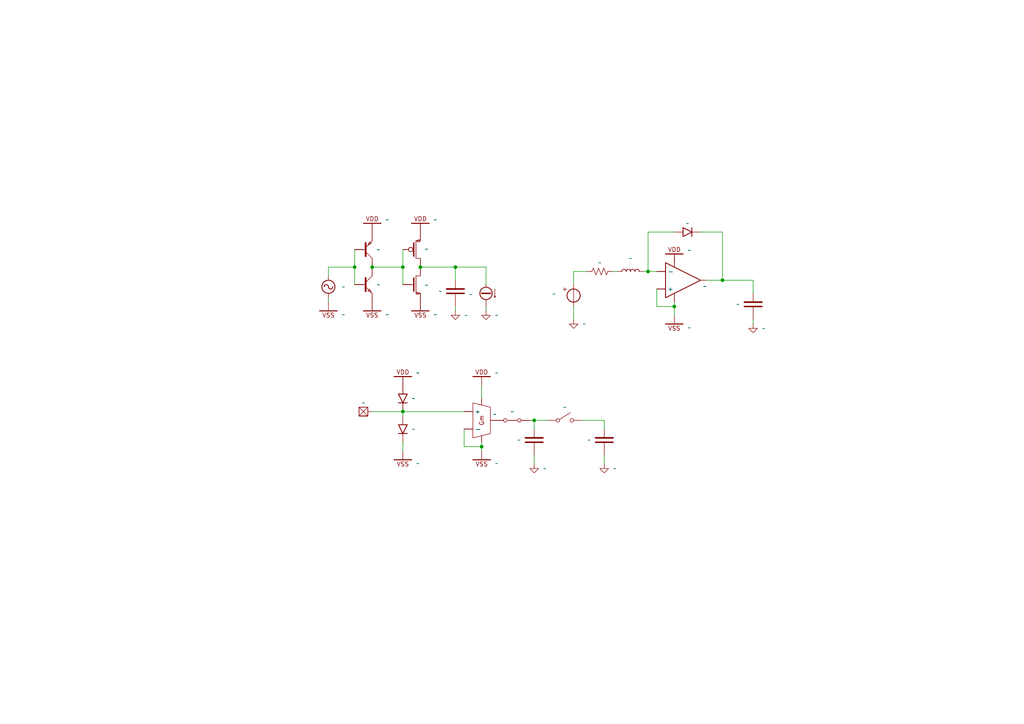
<source format=kicad_sch>
(kicad_sch
	(version 20231120)
	(generator "eeschema")
	(generator_version "8.0")
	(uuid "938b730d-4f04-416a-b3a2-147ae79152a5")
	(paper "A4")
	(title_block
		(title "Drawing analog circuits")
		(date "2024-10-27")
		(rev "0")
	)
	(lib_symbols
		(symbol "DRAW:CAP"
			(exclude_from_sim no)
			(in_bom yes)
			(on_board yes)
			(property "Reference" "U"
				(at 0 0 0)
				(effects
					(font
						(size 1.27 1.27)
					)
					(hide yes)
				)
			)
			(property "Value" ""
				(at 0 0 0)
				(effects
					(font
						(size 1.27 1.27)
					)
				)
			)
			(property "Footprint" ""
				(at 0 0 0)
				(effects
					(font
						(size 1.27 1.27)
					)
					(hide yes)
				)
			)
			(property "Datasheet" ""
				(at 0 0 0)
				(effects
					(font
						(size 1.27 1.27)
					)
					(hide yes)
				)
			)
			(property "Description" ""
				(at 0 0 0)
				(effects
					(font
						(size 1.27 1.27)
					)
					(hide yes)
				)
			)
			(symbol "CAP_0_1"
				(polyline
					(pts
						(xy 3.81 3.81) (xy 3.81 3.81)
					)
					(stroke
						(width 0)
						(type default)
					)
					(fill
						(type none)
					)
				)
			)
			(symbol "CAP_1_1"
				(polyline
					(pts
						(xy 3.81 3.81) (xy 8.89 3.81)
					)
					(stroke
						(width 0.4064)
						(type default)
					)
					(fill
						(type none)
					)
				)
				(polyline
					(pts
						(xy 3.81 5.08) (xy 8.89 5.08)
					)
					(stroke
						(width 0.4572)
						(type default)
					)
					(fill
						(type none)
					)
				)
				(pin passive line
					(at 6.35 0 90)
					(length 3.81)
					(name ""
						(effects
							(font
								(size 1.27 1.27)
							)
						)
					)
					(number ""
						(effects
							(font
								(size 1.27 1.27)
							)
						)
					)
				)
				(pin passive line
					(at 6.35 7.62 270)
					(length 2.54)
					(name ""
						(effects
							(font
								(size 1.27 1.27)
							)
						)
					)
					(number ""
						(effects
							(font
								(size 1.27 1.27)
							)
						)
					)
				)
			)
		)
		(symbol "DRAW:DIODE"
			(exclude_from_sim no)
			(in_bom yes)
			(on_board yes)
			(property "Reference" "U"
				(at 0 0 0)
				(effects
					(font
						(size 1.27 1.27)
					)
					(hide yes)
				)
			)
			(property "Value" ""
				(at 0 0 0)
				(effects
					(font
						(size 1.27 1.27)
					)
				)
			)
			(property "Footprint" ""
				(at 0 0 0)
				(effects
					(font
						(size 1.27 1.27)
					)
					(hide yes)
				)
			)
			(property "Datasheet" ""
				(at 0 0 0)
				(effects
					(font
						(size 1.27 1.27)
					)
					(hide yes)
				)
			)
			(property "Description" ""
				(at 0 0 0)
				(effects
					(font
						(size 1.27 1.27)
					)
					(hide yes)
				)
			)
			(symbol "DIODE_0_1"
				(polyline
					(pts
						(xy 1.27 1.27) (xy 1.27 -1.27)
					)
					(stroke
						(width 0.254)
						(type default)
					)
					(fill
						(type none)
					)
				)
				(polyline
					(pts
						(xy -1.27 1.27) (xy -1.27 -1.27) (xy 1.27 0) (xy -1.27 1.27)
					)
					(stroke
						(width 0.254)
						(type default)
					)
					(fill
						(type none)
					)
				)
			)
			(symbol "DIODE_1_1"
				(pin passive line
					(at -3.81 0 0)
					(length 2.54)
					(name ""
						(effects
							(font
								(size 1.27 1.27)
							)
						)
					)
					(number ""
						(effects
							(font
								(size 1.27 1.27)
							)
						)
					)
				)
				(pin passive line
					(at 3.81 0 180)
					(length 2.54)
					(name ""
						(effects
							(font
								(size 1.27 1.27)
							)
						)
					)
					(number ""
						(effects
							(font
								(size 1.27 1.27)
							)
						)
					)
				)
			)
		)
		(symbol "DRAW:GND"
			(exclude_from_sim no)
			(in_bom yes)
			(on_board yes)
			(property "Reference" "i"
				(at 0 0 0)
				(effects
					(font
						(size 1.27 1.27)
					)
					(hide yes)
				)
			)
			(property "Value" ""
				(at 0 0 0)
				(effects
					(font
						(size 1.27 1.27)
					)
				)
			)
			(property "Footprint" ""
				(at 0 0 0)
				(effects
					(font
						(size 1.27 1.27)
					)
					(hide yes)
				)
			)
			(property "Datasheet" ""
				(at 0 0 0)
				(effects
					(font
						(size 1.27 1.27)
					)
					(hide yes)
				)
			)
			(property "Description" ""
				(at 0 0 0)
				(effects
					(font
						(size 1.27 1.27)
					)
					(hide yes)
				)
			)
			(symbol "GND_0_1"
				(polyline
					(pts
						(xy 0 0) (xy 0 -1.27) (xy 1.27 -1.27) (xy 0 -2.54) (xy -1.27 -1.27) (xy 0 -1.27)
					)
					(stroke
						(width 0)
						(type default)
					)
					(fill
						(type none)
					)
				)
			)
			(symbol "GND_1_1"
				(pin power_in line
					(at 0 0 270)
					(length 0)
					(name ""
						(effects
							(font
								(size 1.27 1.27)
							)
						)
					)
					(number ""
						(effects
							(font
								(size 1.27 1.27)
							)
						)
					)
				)
			)
		)
		(symbol "DRAW:IDC"
			(exclude_from_sim no)
			(in_bom yes)
			(on_board yes)
			(property "Reference" "U"
				(at -2.54 -1.27 0)
				(effects
					(font
						(size 1.27 1.27)
					)
					(hide yes)
				)
			)
			(property "Value" ""
				(at -2.54 -1.27 0)
				(effects
					(font
						(size 1.27 1.27)
					)
				)
			)
			(property "Footprint" ""
				(at -2.54 -1.27 0)
				(effects
					(font
						(size 1.27 1.27)
					)
					(hide yes)
				)
			)
			(property "Datasheet" ""
				(at -2.54 -1.27 0)
				(effects
					(font
						(size 1.27 1.27)
					)
					(hide yes)
				)
			)
			(property "Description" ""
				(at -2.54 -1.27 0)
				(effects
					(font
						(size 1.27 1.27)
					)
					(hide yes)
				)
			)
			(symbol "IDC_0_1"
				(polyline
					(pts
						(xy 0 2.54) (xy 0 2.54)
					)
					(stroke
						(width 0)
						(type default)
					)
					(fill
						(type none)
					)
				)
				(polyline
					(pts
						(xy 2.54 1.27) (xy 2.54 -1.27)
					)
					(stroke
						(width 0)
						(type default)
					)
					(fill
						(type none)
					)
				)
				(polyline
					(pts
						(xy 2.794 0.762) (xy 2.54 1.27) (xy 2.286 0.762)
					)
					(stroke
						(width 0)
						(type default)
					)
					(fill
						(type none)
					)
				)
			)
			(symbol "IDC_1_1"
				(polyline
					(pts
						(xy -1.27 0) (xy 1.27 0)
					)
					(stroke
						(width 0.4)
						(type default)
					)
					(fill
						(type none)
					)
				)
				(circle
					(center 0 0)
					(radius 1.7961)
					(stroke
						(width 0.254)
						(type default)
					)
					(fill
						(type none)
					)
				)
				(pin power_in line
					(at 0 -2.54 90)
					(length 0.6)
					(name ""
						(effects
							(font
								(size 1 1)
							)
						)
					)
					(number ""
						(effects
							(font
								(size 1.27 1.27)
							)
						)
					)
				)
				(pin power_in line
					(at 0 3.81 270)
					(length 1.9)
					(name ""
						(effects
							(font
								(size 1.27 1.27)
							)
						)
					)
					(number ""
						(effects
							(font
								(size 1.27 1.27)
							)
						)
					)
				)
			)
		)
		(symbol "DRAW:IND"
			(exclude_from_sim no)
			(in_bom yes)
			(on_board yes)
			(property "Reference" "U"
				(at -96.52 -38.1 90)
				(effects
					(font
						(size 1.27 1.27)
					)
					(hide yes)
				)
			)
			(property "Value" ""
				(at -96.52 -38.1 90)
				(effects
					(font
						(size 1.27 1.27)
					)
				)
			)
			(property "Footprint" ""
				(at -96.52 -38.1 90)
				(effects
					(font
						(size 1.27 1.27)
					)
					(hide yes)
				)
			)
			(property "Datasheet" ""
				(at -96.52 -38.1 90)
				(effects
					(font
						(size 1.27 1.27)
					)
					(hide yes)
				)
			)
			(property "Description" ""
				(at -96.52 -38.1 90)
				(effects
					(font
						(size 1.27 1.27)
					)
					(hide yes)
				)
			)
			(symbol "IND_0_1"
				(arc
					(start -100.457 -34.29)
					(mid -100.457 -34.29)
					(end -100.457 -34.29)
					(stroke
						(width 0)
						(type default)
					)
					(fill
						(type none)
					)
				)
			)
			(symbol "IND_1_1"
				(arc
					(start -101.6 -36.83)
					(mid -102.235 -36.1977)
					(end -102.87 -36.83)
					(stroke
						(width 0.2032)
						(type default)
					)
					(fill
						(type none)
					)
				)
				(arc
					(start -100.33 -36.83)
					(mid -100.965 -36.1977)
					(end -101.6 -36.83)
					(stroke
						(width 0.2032)
						(type default)
					)
					(fill
						(type none)
					)
				)
				(arc
					(start -99.06 -36.83)
					(mid -99.695 -36.1977)
					(end -100.33 -36.83)
					(stroke
						(width 0.2032)
						(type default)
					)
					(fill
						(type none)
					)
				)
				(arc
					(start -97.79 -36.83)
					(mid -98.425 -36.1977)
					(end -99.06 -36.83)
					(stroke
						(width 0.2032)
						(type default)
					)
					(fill
						(type none)
					)
				)
				(pin input line
					(at -104.14 -36.83 0)
					(length 1.27)
					(name ""
						(effects
							(font
								(size 1.27 1.27)
							)
						)
					)
					(number ""
						(effects
							(font
								(size 1.27 1.27)
							)
						)
					)
				)
				(pin input line
					(at -96.52 -36.83 180)
					(length 1.27)
					(name ""
						(effects
							(font
								(size 1.27 1.27)
							)
						)
					)
					(number ""
						(effects
							(font
								(size 1.27 1.27)
							)
						)
					)
				)
			)
		)
		(symbol "DRAW:NMOS"
			(exclude_from_sim no)
			(in_bom yes)
			(on_board yes)
			(property "Reference" "U"
				(at 0 0 0)
				(effects
					(font
						(size 1.27 1.27)
					)
					(hide yes)
				)
			)
			(property "Value" ""
				(at 0 0 0)
				(effects
					(font
						(size 1.27 1.27)
					)
				)
			)
			(property "Footprint" ""
				(at 0 0 0)
				(effects
					(font
						(size 1.27 1.27)
					)
					(hide yes)
				)
			)
			(property "Datasheet" ""
				(at 0 0 0)
				(effects
					(font
						(size 1.27 1.27)
					)
					(hide yes)
				)
			)
			(property "Description" ""
				(at 0 0 0)
				(effects
					(font
						(size 1.27 1.27)
					)
					(hide yes)
				)
			)
			(symbol "NMOS_0_1"
				(polyline
					(pts
						(xy -11.43 7.62) (xy -8.255 7.62)
					)
					(stroke
						(width 0.1524)
						(type default)
					)
					(fill
						(type none)
					)
				)
				(polyline
					(pts
						(xy -6.096 6.35) (xy -6.096 6.35)
					)
					(stroke
						(width 0.1524)
						(type default)
					)
					(fill
						(type none)
					)
				)
				(polyline
					(pts
						(xy -6.096 6.35) (xy -6.096 6.35)
					)
					(stroke
						(width 0.1524)
						(type default)
					)
					(fill
						(type none)
					)
				)
			)
			(symbol "NMOS_1_1"
				(polyline
					(pts
						(xy -7.62 6.35) (xy -7.62 6.35)
					)
					(stroke
						(width 0)
						(type default)
					)
					(fill
						(type none)
					)
				)
				(polyline
					(pts
						(xy -7.62 10.16) (xy -7.62 5.08)
					)
					(stroke
						(width 0.1778)
						(type default)
					)
					(fill
						(type none)
					)
				)
				(polyline
					(pts
						(xy -6.35 5.08) (xy -7.62 5.08)
					)
					(stroke
						(width 0)
						(type default)
					)
					(fill
						(type none)
					)
				)
				(polyline
					(pts
						(xy -6.35 10.16) (xy -7.62 10.16)
					)
					(stroke
						(width 0)
						(type default)
					)
					(fill
						(type none)
					)
				)
				(polyline
					(pts
						(xy -8.255 9.525) (xy -8.255 5.715) (xy -8.255 5.715)
					)
					(stroke
						(width 0.381)
						(type default)
					)
					(fill
						(type none)
					)
				)
				(polyline
					(pts
						(xy -6.35 5.08) (xy -7.366 5.461) (xy -7.366 4.699) (xy -6.35 5.08)
					)
					(stroke
						(width 0)
						(type default)
					)
					(fill
						(type none)
					)
				)
				(pin input line
					(at -11.43 7.62 0)
					(length 2.54)
					(name ""
						(effects
							(font
								(size 1.27 1.27)
							)
						)
					)
					(number ""
						(effects
							(font
								(size 1.27 1.27)
							)
						)
					)
				)
				(pin input line
					(at -6.35 2.54 90)
					(length 2.54)
					(name ""
						(effects
							(font
								(size 1.27 1.27)
							)
						)
					)
					(number ""
						(effects
							(font
								(size 1.27 1.27)
							)
						)
					)
				)
				(pin input line
					(at -6.35 12.7 270)
					(length 2.54)
					(name ""
						(effects
							(font
								(size 1.27 1.27)
							)
						)
					)
					(number ""
						(effects
							(font
								(size 1.27 1.27)
							)
						)
					)
				)
			)
		)
		(symbol "DRAW:NPN"
			(pin_numbers hide)
			(pin_names
				(offset 0) hide)
			(exclude_from_sim no)
			(in_bom yes)
			(on_board yes)
			(property "Reference" "U"
				(at 0 0 0)
				(effects
					(font
						(size 1.27 1.27)
					)
					(hide yes)
				)
			)
			(property "Value" ""
				(at 0 0 0)
				(effects
					(font
						(size 1.27 1.27)
					)
				)
			)
			(property "Footprint" ""
				(at 0 0 0)
				(effects
					(font
						(size 1.27 1.27)
					)
					(hide yes)
				)
			)
			(property "Datasheet" ""
				(at 0 0 0)
				(effects
					(font
						(size 1.27 1.27)
					)
					(hide yes)
				)
			)
			(property "Description" ""
				(at 0 0 0)
				(effects
					(font
						(size 1.27 1.27)
					)
					(hide yes)
				)
			)
			(symbol "NPN_0_1"
				(polyline
					(pts
						(xy -1.27 3.81) (xy 1.905 3.81)
					)
					(stroke
						(width 0.1524)
						(type default)
					)
					(fill
						(type none)
					)
				)
				(polyline
					(pts
						(xy 1.905 4.445) (xy 3.81 6.35)
					)
					(stroke
						(width 0)
						(type default)
					)
					(fill
						(type none)
					)
				)
				(polyline
					(pts
						(xy 4.064 2.54) (xy 4.064 2.54)
					)
					(stroke
						(width 0.1524)
						(type default)
					)
					(fill
						(type none)
					)
				)
				(polyline
					(pts
						(xy 4.064 2.54) (xy 4.064 2.54)
					)
					(stroke
						(width 0.1524)
						(type default)
					)
					(fill
						(type none)
					)
				)
				(polyline
					(pts
						(xy 1.905 3.175) (xy 3.81 1.27) (xy 3.81 1.27)
					)
					(stroke
						(width 0)
						(type default)
					)
					(fill
						(type none)
					)
				)
				(polyline
					(pts
						(xy 1.905 5.715) (xy 1.905 1.905) (xy 1.905 1.905)
					)
					(stroke
						(width 0.508)
						(type default)
					)
					(fill
						(type none)
					)
				)
			)
			(symbol "NPN_1_1"
				(polyline
					(pts
						(xy 2.54 2.032) (xy 3.048 2.54) (xy 3.556 1.524) (xy 2.54 2.032) (xy 2.54 2.032)
					)
					(stroke
						(width 0)
						(type default)
					)
					(fill
						(type none)
					)
				)
				(pin input line
					(at -1.27 3.81 0)
					(length 2.54)
					(name ""
						(effects
							(font
								(size 1.27 1.27)
							)
						)
					)
					(number ""
						(effects
							(font
								(size 1.27 1.27)
							)
						)
					)
				)
				(pin input line
					(at 3.81 -1.27 90)
					(length 2.54)
					(name ""
						(effects
							(font
								(size 1.27 1.27)
							)
						)
					)
					(number ""
						(effects
							(font
								(size 1.27 1.27)
							)
						)
					)
				)
				(pin input line
					(at 3.81 8.89 270)
					(length 2.54)
					(name ""
						(effects
							(font
								(size 1.27 1.27)
							)
						)
					)
					(number ""
						(effects
							(font
								(size 1.27 1.27)
							)
						)
					)
				)
			)
		)
		(symbol "DRAW:OPAMP"
			(exclude_from_sim no)
			(in_bom yes)
			(on_board yes)
			(property "Reference" "U"
				(at 0 0 0)
				(effects
					(font
						(size 1.27 1.27)
					)
					(hide yes)
				)
			)
			(property "Value" ""
				(at 0 0 0)
				(effects
					(font
						(size 1.27 1.27)
					)
				)
			)
			(property "Footprint" ""
				(at 0 0 0)
				(effects
					(font
						(size 1.27 1.27)
					)
					(hide yes)
				)
			)
			(property "Datasheet" ""
				(at 0 0 0)
				(effects
					(font
						(size 1.27 1.27)
					)
					(hide yes)
				)
			)
			(property "Description" ""
				(at 0 0 0)
				(effects
					(font
						(size 1.27 1.27)
					)
					(hide yes)
				)
			)
			(symbol "OPAMP_1_1"
				(polyline
					(pts
						(xy 3.81 3.81) (xy -6.35 8.89) (xy -6.35 -1.27) (xy 3.81 3.81)
					)
					(stroke
						(width 0.254)
						(type default)
					)
					(fill
						(type none)
					)
				)
				(pin power_in line
					(at -3.81 -2.54 90)
					(length 2.54)
					(name ""
						(effects
							(font
								(size 1.27 1.27)
							)
						)
					)
					(number ""
						(effects
							(font
								(size 1.27 1.27)
							)
						)
					)
				)
				(pin power_in line
					(at -3.81 10.16 270)
					(length 2.54)
					(name ""
						(effects
							(font
								(size 1.27 1.27)
							)
						)
					)
					(number ""
						(effects
							(font
								(size 1.27 1.27)
							)
						)
					)
				)
				(pin output line
					(at 5.461 3.81 180)
					(length 1.651)
					(name ""
						(effects
							(font
								(size 1.27 1.27)
							)
						)
					)
					(number ""
						(effects
							(font
								(size 1.27 1.27)
							)
						)
					)
				)
				(pin input line
					(at -8.89 6.35 0)
					(length 2.54)
					(name "+"
						(effects
							(font
								(size 1.27 1.27)
							)
						)
					)
					(number ""
						(effects
							(font
								(size 1.905 1.905)
							)
						)
					)
				)
				(pin input line
					(at -8.89 1.27 0)
					(length 2.54)
					(name "-"
						(effects
							(font
								(size 1.397 1.397)
							)
						)
					)
					(number ""
						(effects
							(font
								(size 1.27 1.27)
							)
						)
					)
				)
			)
		)
		(symbol "DRAW:OTA"
			(exclude_from_sim no)
			(in_bom yes)
			(on_board yes)
			(property "Reference" "U"
				(at 0 0 0)
				(effects
					(font
						(size 1.27 1.27)
					)
					(hide yes)
				)
			)
			(property "Value" ""
				(at 0 0 0)
				(effects
					(font
						(size 1.27 1.27)
					)
				)
			)
			(property "Footprint" ""
				(at 0 0 0)
				(effects
					(font
						(size 1.27 1.27)
					)
					(hide yes)
				)
			)
			(property "Datasheet" ""
				(at 0 0 0)
				(effects
					(font
						(size 1.27 1.27)
					)
					(hide yes)
				)
			)
			(property "Description" ""
				(at 0 0 0)
				(effects
					(font
						(size 1.27 1.27)
					)
					(hide yes)
				)
			)
			(symbol "OTA_0_1"
				(polyline
					(pts
						(xy 2.54 -2.54) (xy 2.54 7.62) (xy 7.62 6.35) (xy 7.62 -1.27) (xy 2.54 -2.54)
					)
					(stroke
						(width 0)
						(type default)
					)
					(fill
						(type none)
					)
				)
			)
			(symbol "OTA_1_1"
				(text "Gm"
					(at 5.08 2.54 900)
					(effects
						(font
							(size 1.27 1.27)
						)
					)
				)
				(pin power_in line
					(at 5.08 -3.81 90)
					(length 1.9)
					(name ""
						(effects
							(font
								(size 1.27 1.27)
							)
						)
					)
					(number ""
						(effects
							(font
								(size 1.27 1.27)
							)
						)
					)
				)
				(pin power_in line
					(at 5.08 8.89 270)
					(length 1.9)
					(name ""
						(effects
							(font
								(size 1.27 1.27)
							)
						)
					)
					(number ""
						(effects
							(font
								(size 1.27 1.27)
							)
						)
					)
				)
				(pin output line
					(at 8.89 2.54 180)
					(length 1.3)
					(name ""
						(effects
							(font
								(size 1.27 1.27)
							)
						)
					)
					(number ""
						(effects
							(font
								(size 1.27 1.27)
							)
						)
					)
				)
				(pin input line
					(at 0 5.08 0)
					(length 2.54)
					(name "+"
						(effects
							(font
								(size 1.27 1.27)
							)
						)
					)
					(number ""
						(effects
							(font
								(size 1.905 1.905)
							)
						)
					)
				)
				(pin input line
					(at 0 0 0)
					(length 2.54)
					(name "-"
						(effects
							(font
								(size 1.397 1.397)
							)
						)
					)
					(number ""
						(effects
							(font
								(size 1.27 1.27)
							)
						)
					)
				)
			)
		)
		(symbol "DRAW:PAD"
			(exclude_from_sim no)
			(in_bom yes)
			(on_board yes)
			(property "Reference" "U"
				(at 0 0 0)
				(effects
					(font
						(size 1.27 1.27)
					)
					(hide yes)
				)
			)
			(property "Value" ""
				(at 0 0 0)
				(effects
					(font
						(size 1.27 1.27)
					)
				)
			)
			(property "Footprint" ""
				(at 0 0 0)
				(effects
					(font
						(size 1.27 1.27)
					)
					(hide yes)
				)
			)
			(property "Datasheet" ""
				(at 0 0 0)
				(effects
					(font
						(size 1.27 1.27)
					)
					(hide yes)
				)
			)
			(property "Description" ""
				(at 0 0 0)
				(effects
					(font
						(size 1.27 1.27)
					)
					(hide yes)
				)
			)
			(symbol "PAD_0_1"
				(polyline
					(pts
						(xy 0 2.54) (xy 2.54 0)
					)
					(stroke
						(width 0)
						(type default)
					)
					(fill
						(type none)
					)
				)
				(polyline
					(pts
						(xy 2.54 2.54) (xy 0 0)
					)
					(stroke
						(width 0)
						(type default)
					)
					(fill
						(type none)
					)
				)
			)
			(symbol "PAD_1_1"
				(rectangle
					(start 0 0)
					(end 2.54 0)
					(stroke
						(width 0.2)
						(type default)
					)
					(fill
						(type none)
					)
				)
				(rectangle
					(start 0 2.54)
					(end 2.54 0)
					(stroke
						(width 0.2)
						(type default)
					)
					(fill
						(type none)
					)
				)
				(pin output line
					(at 3.81 1.27 180)
					(length 1.2)
					(name ""
						(effects
							(font
								(size 1.2 1.2)
							)
						)
					)
					(number ""
						(effects
							(font
								(size 1.27 1.27)
							)
						)
					)
				)
			)
		)
		(symbol "DRAW:PMOS"
			(exclude_from_sim no)
			(in_bom yes)
			(on_board yes)
			(property "Reference" "U"
				(at -114.3 -40.64 0)
				(effects
					(font
						(size 1.27 1.27)
					)
					(hide yes)
				)
			)
			(property "Value" ""
				(at -114.3 -40.64 0)
				(effects
					(font
						(size 1.27 1.27)
					)
				)
			)
			(property "Footprint" ""
				(at -114.3 -40.64 0)
				(effects
					(font
						(size 1.27 1.27)
					)
					(hide yes)
				)
			)
			(property "Datasheet" ""
				(at -114.3 -40.64 0)
				(effects
					(font
						(size 1.27 1.27)
					)
					(hide yes)
				)
			)
			(property "Description" ""
				(at -114.3 -40.64 0)
				(effects
					(font
						(size 1.27 1.27)
					)
					(hide yes)
				)
			)
			(symbol "PMOS_0_1"
				(polyline
					(pts
						(xy -108.966 -44.45) (xy -108.966 -44.45)
					)
					(stroke
						(width 0.1524)
						(type default)
					)
					(fill
						(type none)
					)
				)
				(polyline
					(pts
						(xy -108.966 -44.45) (xy -108.966 -44.45)
					)
					(stroke
						(width 0.1524)
						(type default)
					)
					(fill
						(type none)
					)
				)
			)
			(symbol "PMOS_1_1"
				(polyline
					(pts
						(xy -110.49 -48.26) (xy -110.49 -43.18)
					)
					(stroke
						(width 0.1778)
						(type default)
					)
					(fill
						(type none)
					)
				)
				(polyline
					(pts
						(xy -110.49 -44.45) (xy -110.49 -44.45)
					)
					(stroke
						(width 0)
						(type default)
					)
					(fill
						(type none)
					)
				)
				(polyline
					(pts
						(xy -109.22 -48.26) (xy -110.49 -48.26)
					)
					(stroke
						(width 0)
						(type default)
					)
					(fill
						(type none)
					)
				)
				(polyline
					(pts
						(xy -109.22 -43.18) (xy -110.49 -43.18)
					)
					(stroke
						(width 0)
						(type default)
					)
					(fill
						(type none)
					)
				)
				(polyline
					(pts
						(xy -111.125 -47.625) (xy -111.125 -43.815) (xy -111.125 -43.815)
					)
					(stroke
						(width 0.381)
						(type default)
					)
					(fill
						(type none)
					)
				)
				(polyline
					(pts
						(xy -110.49 -43.18) (xy -109.474 -43.561) (xy -109.474 -42.799) (xy -110.49 -43.18)
					)
					(stroke
						(width 0)
						(type default)
					)
					(fill
						(type none)
					)
				)
				(pin input inverted
					(at -114.3 -45.72 0)
					(length 2.921)
					(name ""
						(effects
							(font
								(size 0 0)
							)
						)
					)
					(number ""
						(effects
							(font
								(size 0 0)
							)
						)
					)
				)
				(pin input line
					(at -109.22 -50.8 90)
					(length 2.54)
					(name ""
						(effects
							(font
								(size 1.27 1.27)
							)
						)
					)
					(number ""
						(effects
							(font
								(size 1.27 1.27)
							)
						)
					)
				)
				(pin input line
					(at -109.22 -40.64 270)
					(length 2.54)
					(name ""
						(effects
							(font
								(size 1.27 1.27)
							)
						)
					)
					(number ""
						(effects
							(font
								(size 1.27 1.27)
							)
						)
					)
				)
			)
		)
		(symbol "DRAW:PNP"
			(exclude_from_sim no)
			(in_bom yes)
			(on_board yes)
			(property "Reference" "U"
				(at 0 8.89 0)
				(effects
					(font
						(size 1.27 1.27)
					)
					(hide yes)
				)
			)
			(property "Value" ""
				(at 0 8.89 0)
				(effects
					(font
						(size 1.27 1.27)
					)
				)
			)
			(property "Footprint" ""
				(at 0 8.89 0)
				(effects
					(font
						(size 1.27 1.27)
					)
					(hide yes)
				)
			)
			(property "Datasheet" ""
				(at 0 8.89 0)
				(effects
					(font
						(size 1.27 1.27)
					)
					(hide yes)
				)
			)
			(property "Description" ""
				(at 0 8.89 0)
				(effects
					(font
						(size 1.27 1.27)
					)
					(hide yes)
				)
			)
			(symbol "PNP_0_1"
				(polyline
					(pts
						(xy 2.54 5.08) (xy 5.715 5.08)
					)
					(stroke
						(width 0.1524)
						(type default)
					)
					(fill
						(type none)
					)
				)
				(polyline
					(pts
						(xy 5.715 4.445) (xy 7.62 2.54)
					)
					(stroke
						(width 0)
						(type default)
					)
					(fill
						(type none)
					)
				)
				(polyline
					(pts
						(xy 5.715 3.175) (xy 5.715 6.985) (xy 5.715 6.985)
					)
					(stroke
						(width 0.508)
						(type default)
					)
					(fill
						(type none)
					)
				)
				(polyline
					(pts
						(xy 5.715 5.715) (xy 7.62 7.62) (xy 7.62 7.62)
					)
					(stroke
						(width 0)
						(type default)
					)
					(fill
						(type none)
					)
				)
			)
			(symbol "PNP_1_1"
				(polyline
					(pts
						(xy 7.366 6.858) (xy 6.858 7.366) (xy 6.35 6.35) (xy 7.366 6.858) (xy 7.366 6.858)
					)
					(stroke
						(width 0)
						(type default)
					)
					(fill
						(type none)
					)
				)
				(pin input line
					(at 2.54 5.08 0)
					(length 2.54)
					(name ""
						(effects
							(font
								(size 1.27 1.27)
							)
						)
					)
					(number ""
						(effects
							(font
								(size 1.27 1.27)
							)
						)
					)
				)
				(pin open_collector line
					(at 7.62 0 90)
					(length 2.54)
					(name ""
						(effects
							(font
								(size 1.27 1.27)
							)
						)
					)
					(number ""
						(effects
							(font
								(size 1.27 1.27)
							)
						)
					)
				)
				(pin open_emitter line
					(at 7.62 10.16 270)
					(length 2.54)
					(name ""
						(effects
							(font
								(size 1.27 1.27)
							)
						)
					)
					(number ""
						(effects
							(font
								(size 1.27 1.27)
							)
						)
					)
				)
			)
		)
		(symbol "DRAW:RES"
			(exclude_from_sim no)
			(in_bom yes)
			(on_board yes)
			(property "Reference" "U"
				(at 0 0 0)
				(effects
					(font
						(size 1.27 1.27)
					)
					(hide yes)
				)
			)
			(property "Value" ""
				(at 0 0 0)
				(effects
					(font
						(size 1.27 1.27)
					)
				)
			)
			(property "Footprint" ""
				(at 0 0 0)
				(effects
					(font
						(size 1.27 1.27)
					)
					(hide yes)
				)
			)
			(property "Datasheet" ""
				(at 0 0 0)
				(effects
					(font
						(size 1.27 1.27)
					)
					(hide yes)
				)
			)
			(property "Description" ""
				(at 0 0 0)
				(effects
					(font
						(size 1.27 1.27)
					)
					(hide yes)
				)
			)
			(symbol "RES_0_1"
				(polyline
					(pts
						(xy 2.54 1.524) (xy 2.54 1.27)
					)
					(stroke
						(width 0)
						(type default)
					)
					(fill
						(type none)
					)
				)
				(polyline
					(pts
						(xy 2.54 6.096) (xy 2.54 6.35)
					)
					(stroke
						(width 0)
						(type default)
					)
					(fill
						(type none)
					)
				)
				(polyline
					(pts
						(xy 2.54 3.048) (xy 3.556 2.667) (xy 2.54 2.286) (xy 1.524 1.905) (xy 2.54 1.524)
					)
					(stroke
						(width 0)
						(type default)
					)
					(fill
						(type none)
					)
				)
				(polyline
					(pts
						(xy 2.54 4.572) (xy 3.556 4.191) (xy 2.54 3.81) (xy 1.524 3.429) (xy 2.54 3.048)
					)
					(stroke
						(width 0)
						(type default)
					)
					(fill
						(type none)
					)
				)
				(polyline
					(pts
						(xy 2.54 6.096) (xy 3.556 5.715) (xy 2.54 5.334) (xy 1.524 4.953) (xy 2.54 4.572)
					)
					(stroke
						(width 0)
						(type default)
					)
					(fill
						(type none)
					)
				)
			)
			(symbol "RES_1_1"
				(pin passive line
					(at 2.54 0 90)
					(length 1.27)
					(name ""
						(effects
							(font
								(size 1.27 1.27)
							)
						)
					)
					(number ""
						(effects
							(font
								(size 1.27 1.27)
							)
						)
					)
				)
				(pin passive line
					(at 2.54 7.62 270)
					(length 1.27)
					(name ""
						(effects
							(font
								(size 1.27 1.27)
							)
						)
					)
					(number ""
						(effects
							(font
								(size 1.27 1.27)
							)
						)
					)
				)
			)
		)
		(symbol "DRAW:SW_closed"
			(exclude_from_sim no)
			(in_bom yes)
			(on_board yes)
			(property "Reference" "U"
				(at 0 0 0)
				(effects
					(font
						(size 1.27 1.27)
					)
					(hide yes)
				)
			)
			(property "Value" ""
				(at 0 0 0)
				(effects
					(font
						(size 1.27 1.27)
					)
				)
			)
			(property "Footprint" ""
				(at 0 0 0)
				(effects
					(font
						(size 1.27 1.27)
					)
					(hide yes)
				)
			)
			(property "Datasheet" ""
				(at 0 0 0)
				(effects
					(font
						(size 1.27 1.27)
					)
					(hide yes)
				)
			)
			(property "Description" ""
				(at 0 0 0)
				(effects
					(font
						(size 1.27 1.27)
					)
					(hide yes)
				)
			)
			(symbol "SW_closed_0_0"
				(circle
					(center 3.048 0)
					(radius 0.508)
					(stroke
						(width 0)
						(type default)
					)
					(fill
						(type none)
					)
				)
				(circle
					(center 7.112 0)
					(radius 0.508)
					(stroke
						(width 0)
						(type default)
					)
					(fill
						(type none)
					)
				)
			)
			(symbol "SW_closed_0_1"
				(polyline
					(pts
						(xy 3.81 0) (xy 6.35 0)
					)
					(stroke
						(width 0)
						(type default)
					)
					(fill
						(type none)
					)
				)
				(polyline
					(pts
						(xy 3.81 0) (xy 6.35 0)
					)
					(stroke
						(width 0)
						(type default)
					)
					(fill
						(type none)
					)
				)
			)
			(symbol "SW_closed_1_1"
				(pin passive line
					(at 0 0 0)
					(length 2.54)
					(name ""
						(effects
							(font
								(size 1.27 1.27)
							)
						)
					)
					(number ""
						(effects
							(font
								(size 1.27 1.27)
							)
						)
					)
				)
				(pin passive line
					(at 10.16 0 180)
					(length 2.54)
					(name ""
						(effects
							(font
								(size 1.27 1.27)
							)
						)
					)
					(number ""
						(effects
							(font
								(size 1.27 1.27)
							)
						)
					)
				)
			)
		)
		(symbol "DRAW:SW_open"
			(exclude_from_sim no)
			(in_bom yes)
			(on_board yes)
			(property "Reference" "U"
				(at 0 0 0)
				(effects
					(font
						(size 1.27 1.27)
					)
					(hide yes)
				)
			)
			(property "Value" ""
				(at 0 0 0)
				(effects
					(font
						(size 1.27 1.27)
					)
				)
			)
			(property "Footprint" ""
				(at 0 0 0)
				(effects
					(font
						(size 1.27 1.27)
					)
					(hide yes)
				)
			)
			(property "Datasheet" ""
				(at 0 0 0)
				(effects
					(font
						(size 1.27 1.27)
					)
					(hide yes)
				)
			)
			(property "Description" ""
				(at 0 0 0)
				(effects
					(font
						(size 1.27 1.27)
					)
					(hide yes)
				)
			)
			(symbol "SW_open_0_0"
				(circle
					(center -0.762 0)
					(radius 0.508)
					(stroke
						(width 0)
						(type default)
					)
					(fill
						(type none)
					)
				)
				(circle
					(center 3.302 0)
					(radius 0.508)
					(stroke
						(width 0)
						(type default)
					)
					(fill
						(type none)
					)
				)
			)
			(symbol "SW_open_0_1"
				(polyline
					(pts
						(xy -0.254 0.254) (xy 2.8448 2.2352)
					)
					(stroke
						(width 0)
						(type default)
					)
					(fill
						(type none)
					)
				)
			)
			(symbol "SW_open_1_1"
				(pin passive line
					(at -3.81 0 0)
					(length 2.54)
					(name ""
						(effects
							(font
								(size 1.27 1.27)
							)
						)
					)
					(number ""
						(effects
							(font
								(size 1.27 1.27)
							)
						)
					)
				)
				(pin passive line
					(at 6.35 0 180)
					(length 2.54)
					(name ""
						(effects
							(font
								(size 1.27 1.27)
							)
						)
					)
					(number ""
						(effects
							(font
								(size 1.27 1.27)
							)
						)
					)
				)
			)
		)
		(symbol "DRAW:VAC"
			(exclude_from_sim no)
			(in_bom yes)
			(on_board yes)
			(property "Reference" "U"
				(at 0 0 0)
				(effects
					(font
						(size 1.27 1.27)
					)
					(hide yes)
				)
			)
			(property "Value" ""
				(at 0 0 0)
				(effects
					(font
						(size 1.27 1.27)
					)
				)
			)
			(property "Footprint" ""
				(at 0 0 0)
				(effects
					(font
						(size 1.27 1.27)
					)
					(hide yes)
				)
			)
			(property "Datasheet" ""
				(at 0 0 0)
				(effects
					(font
						(size 1.27 1.27)
					)
					(hide yes)
				)
			)
			(property "Description" ""
				(at 0 0 0)
				(effects
					(font
						(size 1.27 1.27)
					)
					(hide yes)
				)
			)
			(symbol "VAC_0_1"
				(arc
					(start 0 4.445)
					(mid -0.635 5.0773)
					(end -1.27 4.445)
					(stroke
						(width 0.254)
						(type default)
					)
					(fill
						(type none)
					)
				)
				(arc
					(start 0 4.445)
					(mid 0.635 3.8127)
					(end 1.27 4.445)
					(stroke
						(width 0.254)
						(type default)
					)
					(fill
						(type none)
					)
				)
				(circle
					(center 0 4.445)
					(radius 1.905)
					(stroke
						(width 0.254)
						(type default)
					)
					(fill
						(type none)
					)
				)
			)
			(symbol "VAC_1_1"
				(pin power_in line
					(at 0 1.27 90)
					(length 1.27)
					(name ""
						(effects
							(font
								(size 1.27 1.27)
							)
						)
					)
					(number ""
						(effects
							(font
								(size 1.27 1.27)
							)
						)
					)
				)
				(pin power_in line
					(at 0 7.62 270)
					(length 1.27)
					(name ""
						(effects
							(font
								(size 1.27 1.27)
							)
						)
					)
					(number ""
						(effects
							(font
								(size 1.27 1.27)
							)
						)
					)
				)
			)
		)
		(symbol "DRAW:VDC"
			(exclude_from_sim no)
			(in_bom yes)
			(on_board yes)
			(property "Reference" "U"
				(at 0 0 0)
				(effects
					(font
						(size 1.27 1.27)
					)
					(hide yes)
				)
			)
			(property "Value" ""
				(at 0 0 0)
				(effects
					(font
						(size 1.27 1.27)
					)
				)
			)
			(property "Footprint" ""
				(at 0 0 0)
				(effects
					(font
						(size 1.27 1.27)
					)
					(hide yes)
				)
			)
			(property "Datasheet" ""
				(at 0 0 0)
				(effects
					(font
						(size 1.27 1.27)
					)
					(hide yes)
				)
			)
			(property "Description" ""
				(at 0 0 0)
				(effects
					(font
						(size 1.27 1.27)
					)
					(hide yes)
				)
			)
			(symbol "VDC_0_1"
				(circle
					(center 0 3.175)
					(radius 1.905)
					(stroke
						(width 0.254)
						(type default)
					)
					(fill
						(type none)
					)
				)
			)
			(symbol "VDC_1_1"
				(polyline
					(pts
						(xy 0 5.08) (xy 0 1.27)
					)
					(stroke
						(width 0)
						(type default)
					)
					(fill
						(type none)
					)
				)
				(text "+"
					(at 2.54 5.08 0)
					(effects
						(font
							(size 1.27 1.27)
						)
					)
				)
				(pin power_in line
					(at 0 0 90)
					(length 1.27)
					(name ""
						(effects
							(font
								(size 1.27 1.27)
							)
						)
					)
					(number ""
						(effects
							(font
								(size 1.27 1.27)
							)
						)
					)
				)
				(pin power_in line
					(at 0 6.35 270)
					(length 1.27)
					(name ""
						(effects
							(font
								(size 1.27 1.27)
							)
						)
					)
					(number ""
						(effects
							(font
								(size 1.27 1.27)
							)
						)
					)
				)
			)
		)
		(symbol "DRAW:VDD"
			(exclude_from_sim no)
			(in_bom yes)
			(on_board yes)
			(property "Reference" "U"
				(at 0 0 0)
				(effects
					(font
						(size 1.27 1.27)
					)
					(hide yes)
				)
			)
			(property "Value" ""
				(at 0 0 0)
				(effects
					(font
						(size 1.27 1.27)
					)
				)
			)
			(property "Footprint" ""
				(at 0 0 0)
				(effects
					(font
						(size 1.27 1.27)
					)
					(hide yes)
				)
			)
			(property "Datasheet" ""
				(at 0 0 0)
				(effects
					(font
						(size 1.27 1.27)
					)
					(hide yes)
				)
			)
			(property "Description" ""
				(at 0 0 0)
				(effects
					(font
						(size 1.27 1.27)
					)
					(hide yes)
				)
			)
			(symbol "VDD_1_1"
				(polyline
					(pts
						(xy -2.54 2.54) (xy 2.54 2.54)
					)
					(stroke
						(width 0.3048)
						(type default)
					)
					(fill
						(type none)
					)
				)
				(text "VDD"
					(at 0 3.81 0)
					(effects
						(font
							(size 1.27 1.27)
						)
					)
				)
				(pin output line
					(at 0 0 90)
					(length 2.54)
					(name ""
						(effects
							(font
								(size 1.27 1.27)
							)
						)
					)
					(number ""
						(effects
							(font
								(size 1.27 1.27)
							)
						)
					)
				)
			)
		)
		(symbol "DRAW:VSS"
			(exclude_from_sim no)
			(in_bom yes)
			(on_board yes)
			(property "Reference" "U"
				(at 0 0 0)
				(effects
					(font
						(size 1.27 1.27)
					)
					(hide yes)
				)
			)
			(property "Value" ""
				(at 0 0 0)
				(effects
					(font
						(size 1.27 1.27)
					)
				)
			)
			(property "Footprint" ""
				(at 0 0 0)
				(effects
					(font
						(size 1.27 1.27)
					)
					(hide yes)
				)
			)
			(property "Datasheet" ""
				(at 0 0 0)
				(effects
					(font
						(size 1.27 1.27)
					)
					(hide yes)
				)
			)
			(property "Description" ""
				(at 0 0 0)
				(effects
					(font
						(size 1.27 1.27)
					)
					(hide yes)
				)
			)
			(symbol "VSS_1_1"
				(polyline
					(pts
						(xy -2.54 -2.54) (xy 2.54 -2.54)
					)
					(stroke
						(width 0.3048)
						(type default)
					)
					(fill
						(type none)
					)
				)
				(text "VSS\n"
					(at 0 -3.81 0)
					(effects
						(font
							(size 1.27 1.27)
						)
					)
				)
				(pin output line
					(at 0 0 270)
					(length 2.54)
					(name ""
						(effects
							(font
								(size 1.27 1.27)
							)
						)
					)
					(number ""
						(effects
							(font
								(size 1.27 1.27)
							)
						)
					)
				)
			)
		)
	)
	(junction
		(at 102.87 77.47)
		(diameter 0)
		(color 0 0 0 0)
		(uuid "3ad68454-0344-4c0f-9bd1-b7c47bf2de60")
	)
	(junction
		(at 116.84 77.47)
		(diameter 0)
		(color 0 0 0 0)
		(uuid "4ca793f0-d8de-4560-8e17-f4fa37c5ded3")
	)
	(junction
		(at 121.92 77.47)
		(diameter 0)
		(color 0 0 0 0)
		(uuid "70daaa54-7b2c-4ad6-9f35-3e2d13980881")
	)
	(junction
		(at 195.58 88.9)
		(diameter 0)
		(color 0 0 0 0)
		(uuid "7e212122-e0ec-4a68-b844-7b215258c58c")
	)
	(junction
		(at 187.96 78.74)
		(diameter 0)
		(color 0 0 0 0)
		(uuid "8b92ff9f-2982-4ef0-9061-4ddd90afc5ef")
	)
	(junction
		(at 139.7 129.54)
		(diameter 0)
		(color 0 0 0 0)
		(uuid "a75f37fa-9672-4f69-a8c1-3c03479cbca6")
	)
	(junction
		(at 107.95 77.47)
		(diameter 0)
		(color 0 0 0 0)
		(uuid "ac7f9cbc-83b2-4720-98c6-6c6b6f0fece4")
	)
	(junction
		(at 132.08 77.47)
		(diameter 0)
		(color 0 0 0 0)
		(uuid "c50d4d21-63fa-4dac-87a9-7534c93d84ae")
	)
	(junction
		(at 154.94 121.92)
		(diameter 0)
		(color 0 0 0 0)
		(uuid "e1a9ca15-d5fc-43c0-ac46-a6570f6fb570")
	)
	(junction
		(at 209.55 81.28)
		(diameter 0)
		(color 0 0 0 0)
		(uuid "e6d9c911-6fc1-4af6-af82-da83425c67a5")
	)
	(junction
		(at 116.84 119.38)
		(diameter 0)
		(color 0 0 0 0)
		(uuid "f08c2865-49cc-4ce3-8a35-aa6c6a93f96e")
	)
	(wire
		(pts
			(xy 116.84 128.27) (xy 116.84 130.81)
		)
		(stroke
			(width 0)
			(type default)
		)
		(uuid "040f207d-ab4f-4911-8aa0-e11b27a154ac")
	)
	(wire
		(pts
			(xy 175.26 132.08) (xy 175.26 134.62)
		)
		(stroke
			(width 0)
			(type default)
		)
		(uuid "09094547-3b2e-4c68-80a9-0e6271689ca3")
	)
	(wire
		(pts
			(xy 116.84 77.47) (xy 116.84 82.55)
		)
		(stroke
			(width 0)
			(type default)
		)
		(uuid "0af1868b-d7e6-41d0-8fad-0ae0cfd70b0c")
	)
	(wire
		(pts
			(xy 139.7 111.76) (xy 139.7 115.57)
		)
		(stroke
			(width 0)
			(type default)
		)
		(uuid "0b473186-7a4f-4559-8de9-5c9b05cdaca3")
	)
	(wire
		(pts
			(xy 140.97 82.55) (xy 140.97 77.47)
		)
		(stroke
			(width 0)
			(type default)
		)
		(uuid "0bdb217b-9eb1-4f6a-96cd-95864a59dd67")
	)
	(wire
		(pts
			(xy 190.5 88.9) (xy 195.58 88.9)
		)
		(stroke
			(width 0)
			(type default)
		)
		(uuid "11db6b37-d511-4ac3-bdc0-afa622376437")
	)
	(wire
		(pts
			(xy 121.92 77.47) (xy 132.08 77.47)
		)
		(stroke
			(width 0)
			(type default)
		)
		(uuid "11f865be-08f2-45dd-b590-8d1e19e421e9")
	)
	(wire
		(pts
			(xy 95.25 77.47) (xy 95.25 80.01)
		)
		(stroke
			(width 0)
			(type default)
		)
		(uuid "15393acf-0ab9-40be-91ea-55c0e9b6db76")
	)
	(wire
		(pts
			(xy 140.97 77.47) (xy 132.08 77.47)
		)
		(stroke
			(width 0)
			(type default)
		)
		(uuid "160afd30-60a7-437b-9370-63b9e206f0b1")
	)
	(wire
		(pts
			(xy 102.87 72.39) (xy 102.87 77.47)
		)
		(stroke
			(width 0)
			(type default)
		)
		(uuid "206ba019-045e-4d50-a41f-8d4c71d6b29b")
	)
	(wire
		(pts
			(xy 154.94 121.92) (xy 158.75 121.92)
		)
		(stroke
			(width 0)
			(type default)
		)
		(uuid "2121988c-633a-4901-8c16-27cc0ac8f98a")
	)
	(wire
		(pts
			(xy 166.37 88.9) (xy 166.37 92.71)
		)
		(stroke
			(width 0)
			(type default)
		)
		(uuid "23ea9923-3d2c-4dfd-9df2-648a0209d6f7")
	)
	(wire
		(pts
			(xy 179.07 78.74) (xy 177.8 78.74)
		)
		(stroke
			(width 0)
			(type default)
		)
		(uuid "25fff654-8f1a-43e2-8d63-5fb9640c350c")
	)
	(wire
		(pts
			(xy 186.69 78.74) (xy 187.96 78.74)
		)
		(stroke
			(width 0)
			(type default)
		)
		(uuid "3226153a-782a-472c-bd80-b524305456f2")
	)
	(wire
		(pts
			(xy 140.97 88.9) (xy 140.97 90.17)
		)
		(stroke
			(width 0)
			(type default)
		)
		(uuid "3878baee-cabf-4778-8273-217eec0db2ee")
	)
	(wire
		(pts
			(xy 132.08 81.28) (xy 132.08 77.47)
		)
		(stroke
			(width 0)
			(type default)
		)
		(uuid "38da788b-79c6-49fc-b529-fead34c94e5b")
	)
	(wire
		(pts
			(xy 166.37 78.74) (xy 170.18 78.74)
		)
		(stroke
			(width 0)
			(type default)
		)
		(uuid "3ebeadeb-0354-453e-96e0-95285482f0f1")
	)
	(wire
		(pts
			(xy 187.96 78.74) (xy 190.5 78.74)
		)
		(stroke
			(width 0)
			(type default)
		)
		(uuid "414eac69-683c-4881-af3a-c299bee762b9")
	)
	(wire
		(pts
			(xy 204.851 81.28) (xy 209.55 81.28)
		)
		(stroke
			(width 0)
			(type default)
		)
		(uuid "4c1eade3-8585-4048-a41f-62f5285da4bb")
	)
	(wire
		(pts
			(xy 139.7 129.54) (xy 139.7 130.81)
		)
		(stroke
			(width 0)
			(type default)
		)
		(uuid "4da8dd27-158c-43f7-8654-df855a65aab5")
	)
	(wire
		(pts
			(xy 132.08 88.9) (xy 132.08 90.17)
		)
		(stroke
			(width 0)
			(type default)
		)
		(uuid "52a006b5-4ce1-4e37-b3a0-939c723084e3")
	)
	(wire
		(pts
			(xy 209.55 67.31) (xy 209.55 81.28)
		)
		(stroke
			(width 0)
			(type default)
		)
		(uuid "56341cc1-e4d4-491d-9ed2-33471089a4fb")
	)
	(wire
		(pts
			(xy 102.87 77.47) (xy 102.87 82.55)
		)
		(stroke
			(width 0)
			(type default)
		)
		(uuid "675ff4bc-c967-4d03-9090-23ff201d7d93")
	)
	(wire
		(pts
			(xy 203.2 67.31) (xy 209.55 67.31)
		)
		(stroke
			(width 0)
			(type default)
		)
		(uuid "68fd6844-4e48-4fbf-9f82-608faaf73feb")
	)
	(wire
		(pts
			(xy 139.7 128.27) (xy 139.7 129.54)
		)
		(stroke
			(width 0)
			(type default)
		)
		(uuid "6adc1c34-738e-49f6-8ce7-3641b28e6033")
	)
	(wire
		(pts
			(xy 190.5 83.82) (xy 190.5 88.9)
		)
		(stroke
			(width 0)
			(type default)
		)
		(uuid "6e0ab812-27ce-422b-8c77-30f09af37369")
	)
	(wire
		(pts
			(xy 168.91 121.92) (xy 175.26 121.92)
		)
		(stroke
			(width 0)
			(type default)
		)
		(uuid "7264f613-a4ff-4a57-9309-02e4c8c8e017")
	)
	(wire
		(pts
			(xy 187.96 67.31) (xy 187.96 78.74)
		)
		(stroke
			(width 0)
			(type default)
		)
		(uuid "86b826fc-a4c4-4f9b-887a-b380454dc579")
	)
	(wire
		(pts
			(xy 153.67 121.92) (xy 154.94 121.92)
		)
		(stroke
			(width 0)
			(type default)
		)
		(uuid "885df21f-989f-425d-8e4c-74ce3b36885d")
	)
	(wire
		(pts
			(xy 218.44 85.09) (xy 218.44 81.28)
		)
		(stroke
			(width 0)
			(type default)
		)
		(uuid "88a5f674-14af-4823-9bcc-50a7666112a0")
	)
	(wire
		(pts
			(xy 95.25 77.47) (xy 102.87 77.47)
		)
		(stroke
			(width 0)
			(type default)
		)
		(uuid "940d5a07-6a31-42de-a8ab-9423fad54f67")
	)
	(wire
		(pts
			(xy 116.84 119.38) (xy 116.84 120.65)
		)
		(stroke
			(width 0)
			(type default)
		)
		(uuid "94b2e6c1-182e-4804-940c-bf155e1699ca")
	)
	(wire
		(pts
			(xy 195.58 88.9) (xy 195.58 91.44)
		)
		(stroke
			(width 0)
			(type default)
		)
		(uuid "98b0b516-64ac-4292-be7a-1e1210d2e1aa")
	)
	(wire
		(pts
			(xy 154.94 124.46) (xy 154.94 121.92)
		)
		(stroke
			(width 0)
			(type default)
		)
		(uuid "991fa17f-62dd-4cb5-abf0-5814b21ce9aa")
	)
	(wire
		(pts
			(xy 134.62 129.54) (xy 139.7 129.54)
		)
		(stroke
			(width 0)
			(type default)
		)
		(uuid "a1a46ed4-de82-443f-b3e1-b8866e89f782")
	)
	(wire
		(pts
			(xy 116.84 119.38) (xy 134.62 119.38)
		)
		(stroke
			(width 0)
			(type default)
		)
		(uuid "a27e8eaa-4f94-40c5-8b01-603caa8b7196")
	)
	(wire
		(pts
			(xy 154.94 132.08) (xy 154.94 134.62)
		)
		(stroke
			(width 0)
			(type default)
		)
		(uuid "a552a6c7-5808-4578-8c5f-58bf66a2f8dd")
	)
	(wire
		(pts
			(xy 195.58 76.2) (xy 195.58 74.93)
		)
		(stroke
			(width 0)
			(type default)
		)
		(uuid "a634ada6-05e5-47bd-b07a-bc562a860a83")
	)
	(wire
		(pts
			(xy 107.95 77.47) (xy 116.84 77.47)
		)
		(stroke
			(width 0)
			(type default)
		)
		(uuid "b6c6b554-57f7-4935-b61b-cfdcabb47688")
	)
	(wire
		(pts
			(xy 95.25 86.36) (xy 95.25 87.63)
		)
		(stroke
			(width 0)
			(type default)
		)
		(uuid "bd53ff8d-a116-42b7-8b08-84be6a206f01")
	)
	(wire
		(pts
			(xy 218.44 92.71) (xy 218.44 93.98)
		)
		(stroke
			(width 0)
			(type default)
		)
		(uuid "c9efd904-542f-4188-a5e8-f743e5019c5d")
	)
	(wire
		(pts
			(xy 116.84 72.39) (xy 116.84 77.47)
		)
		(stroke
			(width 0)
			(type default)
		)
		(uuid "cc821fbf-8bf9-480c-9c95-a17df627a8bf")
	)
	(wire
		(pts
			(xy 195.58 67.31) (xy 187.96 67.31)
		)
		(stroke
			(width 0)
			(type default)
		)
		(uuid "d4bd881d-e368-43be-9490-90a3aea6ac2a")
	)
	(wire
		(pts
			(xy 175.26 124.46) (xy 175.26 121.92)
		)
		(stroke
			(width 0)
			(type default)
		)
		(uuid "e93f5e4a-d17b-4942-aa56-7c87d229f2cd")
	)
	(wire
		(pts
			(xy 166.37 78.74) (xy 166.37 82.55)
		)
		(stroke
			(width 0)
			(type default)
		)
		(uuid "eafdcffc-4b60-4fd4-aa26-90ba74c13c78")
	)
	(wire
		(pts
			(xy 134.62 124.46) (xy 134.62 129.54)
		)
		(stroke
			(width 0)
			(type default)
		)
		(uuid "f187ff46-1c35-4982-88f7-1e0ea9e57269")
	)
	(wire
		(pts
			(xy 209.55 81.28) (xy 218.44 81.28)
		)
		(stroke
			(width 0)
			(type default)
		)
		(uuid "f844362b-bf74-47b1-90bb-2984b4a07bd2")
	)
	(wire
		(pts
			(xy 107.95 119.38) (xy 116.84 119.38)
		)
		(stroke
			(width 0)
			(type default)
		)
		(uuid "f98c779e-ba58-45d0-927d-e5619151a45e")
	)
	(wire
		(pts
			(xy 195.58 87.63) (xy 195.58 88.9)
		)
		(stroke
			(width 0)
			(type default)
		)
		(uuid "fc0f6777-abc7-42c3-8595-4304f7915e57")
	)
	(symbol
		(lib_id "DRAW:OPAMP")
		(at 199.39 77.47 0)
		(mirror x)
		(unit 1)
		(exclude_from_sim no)
		(in_bom yes)
		(on_board yes)
		(dnp no)
		(uuid "04813ca0-2765-4ac0-b1f9-05cab54aea48")
		(property "Reference" "U?"
			(at 199.39 77.47 0)
			(effects
				(font
					(size 1.27 1.27)
				)
				(hide yes)
			)
		)
		(property "Value" "~"
			(at 204.47 83.0581 0)
			(effects
				(font
					(size 1.27 1.27)
				)
			)
		)
		(property "Footprint" ""
			(at 199.39 77.47 0)
			(effects
				(font
					(size 1.27 1.27)
				)
				(hide yes)
			)
		)
		(property "Datasheet" ""
			(at 199.39 77.47 0)
			(effects
				(font
					(size 1.27 1.27)
				)
				(hide yes)
			)
		)
		(property "Description" ""
			(at 199.39 77.47 0)
			(effects
				(font
					(size 1.27 1.27)
				)
				(hide yes)
			)
		)
		(pin ""
			(uuid "4f7fdfc7-1cfb-4a63-bff9-0ca543e634c1")
		)
		(pin ""
			(uuid "d6204f6d-eb4f-4e00-80f1-5b9d16f2cd4f")
		)
		(pin ""
			(uuid "804ecde2-e98d-4654-9bd3-6a2df651418c")
		)
		(pin ""
			(uuid "1d99608a-0623-4ee3-a2b8-cbd3d133e21f")
		)
		(pin ""
			(uuid "b6740288-19a3-40b6-a5fb-c18e41c91210")
		)
		(instances
			(project ""
				(path "/938b730d-4f04-416a-b3a2-147ae79152a5"
					(reference "U?")
					(unit 1)
				)
			)
		)
	)
	(symbol
		(lib_name "DRAW:DIODE")
		(lib_id "DRAW:DIODE")
		(at 116.84 115.57 270)
		(unit 1)
		(exclude_from_sim no)
		(in_bom yes)
		(on_board yes)
		(dnp no)
		(fields_autoplaced yes)
		(uuid "069d9460-063c-4f0e-af64-4a8be3225f51")
		(property "Reference" "U?"
			(at 116.84 115.57 0)
			(effects
				(font
					(size 1.27 1.27)
				)
				(hide yes)
			)
		)
		(property "Value" "~"
			(at 119.38 115.57 90)
			(effects
				(font
					(size 1.27 1.27)
				)
				(justify left)
			)
		)
		(property "Footprint" ""
			(at 116.84 115.57 0)
			(effects
				(font
					(size 1.27 1.27)
				)
				(hide yes)
			)
		)
		(property "Datasheet" ""
			(at 116.84 115.57 0)
			(effects
				(font
					(size 1.27 1.27)
				)
				(hide yes)
			)
		)
		(property "Description" ""
			(at 116.84 115.57 0)
			(effects
				(font
					(size 1.27 1.27)
				)
				(hide yes)
			)
		)
		(pin ""
			(uuid "da4c32aa-4b78-49d9-b1fa-cdb0a2f6b11a")
		)
		(pin ""
			(uuid "150a9ea5-fc4b-4bb6-bdb0-7ae9585f3076")
		)
		(instances
			(project "Drawing"
				(path "/938b730d-4f04-416a-b3a2-147ae79152a5"
					(reference "U?")
					(unit 1)
				)
			)
		)
	)
	(symbol
		(lib_id "DRAW:VAC")
		(at 95.25 87.63 0)
		(unit 1)
		(exclude_from_sim no)
		(in_bom yes)
		(on_board yes)
		(dnp no)
		(fields_autoplaced yes)
		(uuid "0a3bc52d-1f9e-49d4-88e4-e30c91d2600a")
		(property "Reference" "U?"
			(at 95.25 87.63 0)
			(effects
				(font
					(size 1.27 1.27)
				)
				(hide yes)
			)
		)
		(property "Value" "~"
			(at 99.06 83.185 0)
			(effects
				(font
					(size 1.27 1.27)
				)
				(justify left)
			)
		)
		(property "Footprint" ""
			(at 95.25 87.63 0)
			(effects
				(font
					(size 1.27 1.27)
				)
				(hide yes)
			)
		)
		(property "Datasheet" ""
			(at 95.25 87.63 0)
			(effects
				(font
					(size 1.27 1.27)
				)
				(hide yes)
			)
		)
		(property "Description" ""
			(at 95.25 87.63 0)
			(effects
				(font
					(size 1.27 1.27)
				)
				(hide yes)
			)
		)
		(pin ""
			(uuid "27e1b46c-4c86-4507-bf46-55db11759f00")
		)
		(pin ""
			(uuid "8a876129-9f7b-404a-897a-150168f1d007")
		)
		(instances
			(project ""
				(path "/938b730d-4f04-416a-b3a2-147ae79152a5"
					(reference "U?")
					(unit 1)
				)
			)
		)
	)
	(symbol
		(lib_name "DRAW:DIODE")
		(lib_id "DRAW:DIODE")
		(at 199.39 67.31 0)
		(unit 1)
		(exclude_from_sim no)
		(in_bom yes)
		(on_board yes)
		(dnp no)
		(fields_autoplaced yes)
		(uuid "11df8706-c139-4c94-bb20-a3ba6c8b95ed")
		(property "Reference" "U?"
			(at 199.39 67.31 0)
			(effects
				(font
					(size 1.27 1.27)
				)
				(hide yes)
			)
		)
		(property "Value" "~"
			(at 199.39 64.77 0)
			(effects
				(font
					(size 1.27 1.27)
				)
			)
		)
		(property "Footprint" ""
			(at 199.39 67.31 0)
			(effects
				(font
					(size 1.27 1.27)
				)
				(hide yes)
			)
		)
		(property "Datasheet" ""
			(at 199.39 67.31 0)
			(effects
				(font
					(size 1.27 1.27)
				)
				(hide yes)
			)
		)
		(property "Description" ""
			(at 199.39 67.31 0)
			(effects
				(font
					(size 1.27 1.27)
				)
				(hide yes)
			)
		)
		(pin ""
			(uuid "7c0118bc-34dc-41ef-b3ba-e342527db140")
		)
		(pin ""
			(uuid "20625e39-3d48-480e-be39-c546a7d3339a")
		)
		(instances
			(project ""
				(path "/938b730d-4f04-416a-b3a2-147ae79152a5"
					(reference "U?")
					(unit 1)
				)
			)
		)
	)
	(symbol
		(lib_id "DRAW:NMOS")
		(at 128.27 90.17 0)
		(unit 1)
		(exclude_from_sim no)
		(in_bom yes)
		(on_board yes)
		(dnp no)
		(fields_autoplaced yes)
		(uuid "124c82dc-f209-4f64-89ad-60d6ec5709fc")
		(property "Reference" "U?"
			(at 128.27 90.17 0)
			(effects
				(font
					(size 1.27 1.27)
				)
				(hide yes)
			)
		)
		(property "Value" "~"
			(at 123.19 82.696 0)
			(effects
				(font
					(size 1.27 1.27)
				)
				(justify left)
			)
		)
		(property "Footprint" ""
			(at 128.27 90.17 0)
			(effects
				(font
					(size 1.27 1.27)
				)
				(hide yes)
			)
		)
		(property "Datasheet" ""
			(at 128.27 90.17 0)
			(effects
				(font
					(size 1.27 1.27)
				)
				(hide yes)
			)
		)
		(property "Description" ""
			(at 128.27 90.17 0)
			(effects
				(font
					(size 1.27 1.27)
				)
				(hide yes)
			)
		)
		(pin ""
			(uuid "efe48e12-798b-4687-8258-f3ac333cb760")
		)
		(pin ""
			(uuid "f486bba6-536d-4303-9610-3d3d3510f72b")
		)
		(pin ""
			(uuid "58093ebb-03f3-4f5e-8569-6b800bee666c")
		)
		(instances
			(project ""
				(path "/938b730d-4f04-416a-b3a2-147ae79152a5"
					(reference "U?")
					(unit 1)
				)
			)
		)
	)
	(symbol
		(lib_id "DRAW:RES")
		(at 177.8 81.28 90)
		(unit 1)
		(exclude_from_sim no)
		(in_bom yes)
		(on_board yes)
		(dnp no)
		(fields_autoplaced yes)
		(uuid "12570642-554b-4c72-b98a-a241460c63c7")
		(property "Reference" "U5"
			(at 177.8 81.28 0)
			(effects
				(font
					(size 1.27 1.27)
				)
				(hide yes)
			)
		)
		(property "Value" "~"
			(at 173.99 76.2 90)
			(effects
				(font
					(size 1.27 1.27)
				)
			)
		)
		(property "Footprint" ""
			(at 177.8 81.28 0)
			(effects
				(font
					(size 1.27 1.27)
				)
				(hide yes)
			)
		)
		(property "Datasheet" ""
			(at 177.8 81.28 0)
			(effects
				(font
					(size 1.27 1.27)
				)
				(hide yes)
			)
		)
		(property "Description" ""
			(at 177.8 81.28 0)
			(effects
				(font
					(size 1.27 1.27)
				)
				(hide yes)
			)
		)
		(pin ""
			(uuid "6c7c6d01-2887-4d34-b65c-9a4a040481a6")
		)
		(pin ""
			(uuid "3e8e6db1-9e40-4d47-b70a-fd6164f93db4")
		)
		(instances
			(project ""
				(path "/938b730d-4f04-416a-b3a2-147ae79152a5"
					(reference "U5")
					(unit 1)
				)
			)
		)
	)
	(symbol
		(lib_name "DRAW:CAP")
		(lib_id "DRAW:CAP")
		(at 212.09 92.71 0)
		(unit 1)
		(exclude_from_sim no)
		(in_bom yes)
		(on_board yes)
		(dnp no)
		(fields_autoplaced yes)
		(uuid "17cad803-348e-4344-9c8f-431791cb9a02")
		(property "Reference" "U?"
			(at 212.09 92.71 0)
			(effects
				(font
					(size 1.27 1.27)
				)
				(hide yes)
			)
		)
		(property "Value" "~"
			(at 214.63 88.2523 0)
			(effects
				(font
					(size 1.27 1.27)
				)
				(justify right)
			)
		)
		(property "Footprint" ""
			(at 212.09 92.71 0)
			(effects
				(font
					(size 1.27 1.27)
				)
				(hide yes)
			)
		)
		(property "Datasheet" ""
			(at 212.09 92.71 0)
			(effects
				(font
					(size 1.27 1.27)
				)
				(hide yes)
			)
		)
		(property "Description" ""
			(at 212.09 92.71 0)
			(effects
				(font
					(size 1.27 1.27)
				)
				(hide yes)
			)
		)
		(pin ""
			(uuid "ef70c68c-7595-4ede-8361-959c5e48f4e8")
		)
		(pin ""
			(uuid "4840915a-dda8-4b1b-a8dc-13d322ea78df")
		)
		(instances
			(project ""
				(path "/938b730d-4f04-416a-b3a2-147ae79152a5"
					(reference "U?")
					(unit 1)
				)
			)
		)
	)
	(symbol
		(lib_name "DRAW:CAP")
		(lib_id "DRAW:CAP")
		(at 168.91 132.08 0)
		(unit 1)
		(exclude_from_sim no)
		(in_bom yes)
		(on_board yes)
		(dnp no)
		(fields_autoplaced yes)
		(uuid "24bcb73e-eb64-497c-80ac-814d525ffd33")
		(property "Reference" "U?"
			(at 168.91 132.08 0)
			(effects
				(font
					(size 1.27 1.27)
				)
				(hide yes)
			)
		)
		(property "Value" "~"
			(at 171.45 127.6223 0)
			(effects
				(font
					(size 1.27 1.27)
				)
				(justify right)
			)
		)
		(property "Footprint" ""
			(at 168.91 132.08 0)
			(effects
				(font
					(size 1.27 1.27)
				)
				(hide yes)
			)
		)
		(property "Datasheet" ""
			(at 168.91 132.08 0)
			(effects
				(font
					(size 1.27 1.27)
				)
				(hide yes)
			)
		)
		(property "Description" ""
			(at 168.91 132.08 0)
			(effects
				(font
					(size 1.27 1.27)
				)
				(hide yes)
			)
		)
		(pin ""
			(uuid "0cc6f655-adac-4933-800e-c8a58cf94569")
		)
		(pin ""
			(uuid "b73aeb0d-4e74-4cd5-8dc6-377d8bd9368b")
		)
		(instances
			(project "Drawing"
				(path "/938b730d-4f04-416a-b3a2-147ae79152a5"
					(reference "U?")
					(unit 1)
				)
			)
		)
	)
	(symbol
		(lib_id "DRAW:VSS")
		(at 95.25 87.63 0)
		(unit 1)
		(exclude_from_sim no)
		(in_bom yes)
		(on_board yes)
		(dnp no)
		(fields_autoplaced yes)
		(uuid "3493bf2e-55ec-4616-8549-2cee45d4d551")
		(property "Reference" "U?"
			(at 95.25 87.63 0)
			(effects
				(font
					(size 1.27 1.27)
				)
				(hide yes)
			)
		)
		(property "Value" "~"
			(at 99.06 91.2396 0)
			(effects
				(font
					(size 1.27 1.27)
				)
				(justify left)
			)
		)
		(property "Footprint" ""
			(at 95.25 87.63 0)
			(effects
				(font
					(size 1.27 1.27)
				)
				(hide yes)
			)
		)
		(property "Datasheet" ""
			(at 95.25 87.63 0)
			(effects
				(font
					(size 1.27 1.27)
				)
				(hide yes)
			)
		)
		(property "Description" ""
			(at 95.25 87.63 0)
			(effects
				(font
					(size 1.27 1.27)
				)
				(hide yes)
			)
		)
		(pin ""
			(uuid "accb423b-a092-4243-9e5e-916b62b8ba98")
		)
		(instances
			(project "Drawing"
				(path "/938b730d-4f04-416a-b3a2-147ae79152a5"
					(reference "U?")
					(unit 1)
				)
			)
		)
	)
	(symbol
		(lib_id "DRAW:PNP")
		(at 100.33 77.47 0)
		(unit 1)
		(exclude_from_sim no)
		(in_bom yes)
		(on_board yes)
		(dnp no)
		(fields_autoplaced yes)
		(uuid "5ab145de-7057-47ce-b8ee-12e5e00e617e")
		(property "Reference" "U?"
			(at 100.33 68.58 0)
			(effects
				(font
					(size 1.27 1.27)
				)
				(hide yes)
			)
		)
		(property "Value" "~"
			(at 109.22 72.39 0)
			(effects
				(font
					(size 1.27 1.27)
				)
				(justify left)
			)
		)
		(property "Footprint" ""
			(at 100.33 68.58 0)
			(effects
				(font
					(size 1.27 1.27)
				)
				(hide yes)
			)
		)
		(property "Datasheet" ""
			(at 100.33 68.58 0)
			(effects
				(font
					(size 1.27 1.27)
				)
				(hide yes)
			)
		)
		(property "Description" ""
			(at 100.33 68.58 0)
			(effects
				(font
					(size 1.27 1.27)
				)
				(hide yes)
			)
		)
		(pin ""
			(uuid "08012f29-8db4-4c6d-8dd3-f1e496a81f4d")
		)
		(pin ""
			(uuid "d8684a72-8c3b-49dc-86f7-95dd559df47a")
		)
		(pin ""
			(uuid "dc5a47ec-ab01-43f7-929d-61daff012096")
		)
		(instances
			(project ""
				(path "/938b730d-4f04-416a-b3a2-147ae79152a5"
					(reference "U?")
					(unit 1)
				)
			)
		)
	)
	(symbol
		(lib_id "DRAW:VDD")
		(at 121.92 67.31 0)
		(unit 1)
		(exclude_from_sim no)
		(in_bom yes)
		(on_board yes)
		(dnp no)
		(fields_autoplaced yes)
		(uuid "5c44d63d-ce78-4ba1-a52d-127323ef1089")
		(property "Reference" "U?"
			(at 121.92 67.31 0)
			(effects
				(font
					(size 1.27 1.27)
				)
				(hide yes)
			)
		)
		(property "Value" "~"
			(at 125.73 63.7004 0)
			(effects
				(font
					(size 1.27 1.27)
				)
				(justify left)
			)
		)
		(property "Footprint" ""
			(at 121.92 67.31 0)
			(effects
				(font
					(size 1.27 1.27)
				)
				(hide yes)
			)
		)
		(property "Datasheet" ""
			(at 121.92 67.31 0)
			(effects
				(font
					(size 1.27 1.27)
				)
				(hide yes)
			)
		)
		(property "Description" ""
			(at 121.92 67.31 0)
			(effects
				(font
					(size 1.27 1.27)
				)
				(hide yes)
			)
		)
		(pin ""
			(uuid "8de62941-2644-4de5-85a6-45750ced8731")
		)
		(instances
			(project "Drawing"
				(path "/938b730d-4f04-416a-b3a2-147ae79152a5"
					(reference "U?")
					(unit 1)
				)
			)
		)
	)
	(symbol
		(lib_id "DRAW:NPN")
		(at 104.14 86.36 0)
		(unit 1)
		(exclude_from_sim no)
		(in_bom yes)
		(on_board yes)
		(dnp no)
		(fields_autoplaced yes)
		(uuid "636bb92c-59e4-4513-9be6-32476bb4cc44")
		(property "Reference" "U?"
			(at 104.14 86.36 0)
			(effects
				(font
					(size 1.27 1.27)
				)
				(hide yes)
			)
		)
		(property "Value" "~"
			(at 109.22 82.55 0)
			(effects
				(font
					(size 1.27 1.27)
				)
				(justify left)
			)
		)
		(property "Footprint" ""
			(at 104.14 86.36 0)
			(effects
				(font
					(size 1.27 1.27)
				)
				(hide yes)
			)
		)
		(property "Datasheet" ""
			(at 104.14 86.36 0)
			(effects
				(font
					(size 1.27 1.27)
				)
				(hide yes)
			)
		)
		(property "Description" ""
			(at 104.14 86.36 0)
			(effects
				(font
					(size 1.27 1.27)
				)
				(hide yes)
			)
		)
		(pin ""
			(uuid "043431c4-8460-49d0-ab3e-f65faead3625")
		)
		(pin ""
			(uuid "259d73f6-c10a-4f38-b0b2-d95c0d03d0f3")
		)
		(pin ""
			(uuid "1e1aefaa-be81-4eec-8ab7-953746625aab")
		)
		(instances
			(project ""
				(path "/938b730d-4f04-416a-b3a2-147ae79152a5"
					(reference "U?")
					(unit 1)
				)
			)
		)
	)
	(symbol
		(lib_id "DRAW:VDC")
		(at 166.37 88.9 0)
		(mirror y)
		(unit 1)
		(exclude_from_sim no)
		(in_bom yes)
		(on_board yes)
		(dnp no)
		(uuid "6f4fd960-e881-49d3-b174-bf2c0ec06dcf")
		(property "Reference" "U?"
			(at 166.37 88.9 0)
			(effects
				(font
					(size 1.27 1.27)
				)
				(hide yes)
			)
		)
		(property "Value" "~"
			(at 161.29 85.2777 0)
			(effects
				(font
					(size 1.27 1.27)
				)
				(justify left)
			)
		)
		(property "Footprint" ""
			(at 166.37 88.9 0)
			(effects
				(font
					(size 1.27 1.27)
				)
				(hide yes)
			)
		)
		(property "Datasheet" ""
			(at 166.37 88.9 0)
			(effects
				(font
					(size 1.27 1.27)
				)
				(hide yes)
			)
		)
		(property "Description" ""
			(at 166.37 88.9 0)
			(effects
				(font
					(size 1.27 1.27)
				)
				(hide yes)
			)
		)
		(pin ""
			(uuid "4c3b4c2e-75e9-4f0a-93e8-ab4e4b6e8bb9")
		)
		(pin ""
			(uuid "dc1dd87f-9154-4e2b-9e35-258b9078eeb5")
		)
		(instances
			(project ""
				(path "/938b730d-4f04-416a-b3a2-147ae79152a5"
					(reference "U?")
					(unit 1)
				)
			)
		)
	)
	(symbol
		(lib_id "DRAW:VDD")
		(at 195.58 76.2 0)
		(unit 1)
		(exclude_from_sim no)
		(in_bom yes)
		(on_board yes)
		(dnp no)
		(fields_autoplaced yes)
		(uuid "712df563-2699-4eee-9541-16d156fb40b3")
		(property "Reference" "U?"
			(at 195.58 76.2 0)
			(effects
				(font
					(size 1.27 1.27)
				)
				(hide yes)
			)
		)
		(property "Value" "~"
			(at 199.39 72.5904 0)
			(effects
				(font
					(size 1.27 1.27)
				)
				(justify left)
			)
		)
		(property "Footprint" ""
			(at 195.58 76.2 0)
			(effects
				(font
					(size 1.27 1.27)
				)
				(hide yes)
			)
		)
		(property "Datasheet" ""
			(at 195.58 76.2 0)
			(effects
				(font
					(size 1.27 1.27)
				)
				(hide yes)
			)
		)
		(property "Description" ""
			(at 195.58 76.2 0)
			(effects
				(font
					(size 1.27 1.27)
				)
				(hide yes)
			)
		)
		(pin ""
			(uuid "abe07aef-c1e1-4c71-bfed-b077012e5692")
		)
		(instances
			(project "Drawing"
				(path "/938b730d-4f04-416a-b3a2-147ae79152a5"
					(reference "U?")
					(unit 1)
				)
			)
		)
	)
	(symbol
		(lib_id "DRAW:GND")
		(at 154.94 134.62 0)
		(unit 1)
		(exclude_from_sim no)
		(in_bom yes)
		(on_board yes)
		(dnp no)
		(fields_autoplaced yes)
		(uuid "731c6c6b-bdd8-459d-80d5-6a086808b102")
		(property "Reference" "i?"
			(at 154.94 134.62 0)
			(effects
				(font
					(size 1.27 1.27)
				)
				(hide yes)
			)
		)
		(property "Value" "~"
			(at 157.48 135.89 0)
			(effects
				(font
					(size 1.27 1.27)
				)
				(justify left)
			)
		)
		(property "Footprint" ""
			(at 154.94 134.62 0)
			(effects
				(font
					(size 1.27 1.27)
				)
				(hide yes)
			)
		)
		(property "Datasheet" ""
			(at 154.94 134.62 0)
			(effects
				(font
					(size 1.27 1.27)
				)
				(hide yes)
			)
		)
		(property "Description" ""
			(at 154.94 134.62 0)
			(effects
				(font
					(size 1.27 1.27)
				)
				(hide yes)
			)
		)
		(pin ""
			(uuid "bd4b5c79-968e-47bf-a216-2ba0f2a0bc79")
		)
		(instances
			(project "Drawing"
				(path "/938b730d-4f04-416a-b3a2-147ae79152a5"
					(reference "i?")
					(unit 1)
				)
			)
		)
	)
	(symbol
		(lib_name "DRAW:PMOS")
		(lib_id "DRAW:PMOS")
		(at 231.14 26.67 0)
		(unit 1)
		(exclude_from_sim no)
		(in_bom yes)
		(on_board yes)
		(dnp no)
		(fields_autoplaced yes)
		(uuid "73b3431a-ba03-4bbc-b67d-d0554302981a")
		(property "Reference" "U4"
			(at 116.84 67.31 0)
			(effects
				(font
					(size 1.27 1.27)
				)
				(hide yes)
			)
		)
		(property "Value" "~"
			(at 123.19 72.2439 0)
			(effects
				(font
					(size 1.27 1.27)
				)
				(justify left)
			)
		)
		(property "Footprint" ""
			(at 116.84 67.31 0)
			(effects
				(font
					(size 1.27 1.27)
				)
				(hide yes)
			)
		)
		(property "Datasheet" ""
			(at 116.84 67.31 0)
			(effects
				(font
					(size 1.27 1.27)
				)
				(hide yes)
			)
		)
		(property "Description" ""
			(at 116.84 67.31 0)
			(effects
				(font
					(size 1.27 1.27)
				)
				(hide yes)
			)
		)
		(pin ""
			(uuid "7a7cf0a7-9ea5-4177-a64f-17cda0e02bcb")
		)
		(pin ""
			(uuid "b918f353-b472-4b09-9dce-2aa8316e81d4")
		)
		(pin ""
			(uuid "7e2826ba-f8d5-48b5-8464-732fbce879eb")
		)
		(instances
			(project ""
				(path "/938b730d-4f04-416a-b3a2-147ae79152a5"
					(reference "U4")
					(unit 1)
				)
			)
		)
	)
	(symbol
		(lib_id "DRAW:VDD")
		(at 107.95 67.31 0)
		(unit 1)
		(exclude_from_sim no)
		(in_bom yes)
		(on_board yes)
		(dnp no)
		(fields_autoplaced yes)
		(uuid "7bd919c6-c198-4484-9ff1-b4ce408de240")
		(property "Reference" "U?"
			(at 107.95 67.31 0)
			(effects
				(font
					(size 1.27 1.27)
				)
				(hide yes)
			)
		)
		(property "Value" "~"
			(at 111.76 63.7004 0)
			(effects
				(font
					(size 1.27 1.27)
				)
				(justify left)
			)
		)
		(property "Footprint" ""
			(at 107.95 67.31 0)
			(effects
				(font
					(size 1.27 1.27)
				)
				(hide yes)
			)
		)
		(property "Datasheet" ""
			(at 107.95 67.31 0)
			(effects
				(font
					(size 1.27 1.27)
				)
				(hide yes)
			)
		)
		(property "Description" ""
			(at 107.95 67.31 0)
			(effects
				(font
					(size 1.27 1.27)
				)
				(hide yes)
			)
		)
		(pin ""
			(uuid "600f9ca6-7e62-456e-bcf8-f6d685487855")
		)
		(instances
			(project ""
				(path "/938b730d-4f04-416a-b3a2-147ae79152a5"
					(reference "U?")
					(unit 1)
				)
			)
		)
	)
	(symbol
		(lib_id "DRAW:GND")
		(at 166.37 92.71 0)
		(unit 1)
		(exclude_from_sim no)
		(in_bom yes)
		(on_board yes)
		(dnp no)
		(fields_autoplaced yes)
		(uuid "833ea9f4-5871-4c35-a08e-3a115da4af9c")
		(property "Reference" "i?"
			(at 166.37 92.71 0)
			(effects
				(font
					(size 1.27 1.27)
				)
				(hide yes)
			)
		)
		(property "Value" "~"
			(at 168.91 93.98 0)
			(effects
				(font
					(size 1.27 1.27)
				)
				(justify left)
			)
		)
		(property "Footprint" ""
			(at 166.37 92.71 0)
			(effects
				(font
					(size 1.27 1.27)
				)
				(hide yes)
			)
		)
		(property "Datasheet" ""
			(at 166.37 92.71 0)
			(effects
				(font
					(size 1.27 1.27)
				)
				(hide yes)
			)
		)
		(property "Description" ""
			(at 166.37 92.71 0)
			(effects
				(font
					(size 1.27 1.27)
				)
				(hide yes)
			)
		)
		(pin ""
			(uuid "168438e0-9f4b-4efb-9028-20e2c6651c54")
		)
		(instances
			(project "Drawing"
				(path "/938b730d-4f04-416a-b3a2-147ae79152a5"
					(reference "i?")
					(unit 1)
				)
			)
		)
	)
	(symbol
		(lib_id "DRAW:VSS")
		(at 121.92 87.63 0)
		(unit 1)
		(exclude_from_sim no)
		(in_bom yes)
		(on_board yes)
		(dnp no)
		(fields_autoplaced yes)
		(uuid "90165aaa-825b-40d1-8997-8003f014020a")
		(property "Reference" "U?"
			(at 121.92 87.63 0)
			(effects
				(font
					(size 1.27 1.27)
				)
				(hide yes)
			)
		)
		(property "Value" "~"
			(at 125.73 91.2396 0)
			(effects
				(font
					(size 1.27 1.27)
				)
				(justify left)
			)
		)
		(property "Footprint" ""
			(at 121.92 87.63 0)
			(effects
				(font
					(size 1.27 1.27)
				)
				(hide yes)
			)
		)
		(property "Datasheet" ""
			(at 121.92 87.63 0)
			(effects
				(font
					(size 1.27 1.27)
				)
				(hide yes)
			)
		)
		(property "Description" ""
			(at 121.92 87.63 0)
			(effects
				(font
					(size 1.27 1.27)
				)
				(hide yes)
			)
		)
		(pin ""
			(uuid "9704f0e0-0586-40e5-9550-af85f658e8a7")
		)
		(instances
			(project "Drawing"
				(path "/938b730d-4f04-416a-b3a2-147ae79152a5"
					(reference "U?")
					(unit 1)
				)
			)
		)
	)
	(symbol
		(lib_id "DRAW:VSS")
		(at 116.84 130.81 0)
		(unit 1)
		(exclude_from_sim no)
		(in_bom yes)
		(on_board yes)
		(dnp no)
		(fields_autoplaced yes)
		(uuid "9910cf0b-2d81-4b9d-8de5-e6be1ea4caa0")
		(property "Reference" "U?"
			(at 116.84 130.81 0)
			(effects
				(font
					(size 1.27 1.27)
				)
				(hide yes)
			)
		)
		(property "Value" "~"
			(at 120.65 134.4196 0)
			(effects
				(font
					(size 1.27 1.27)
				)
				(justify left)
			)
		)
		(property "Footprint" ""
			(at 116.84 130.81 0)
			(effects
				(font
					(size 1.27 1.27)
				)
				(hide yes)
			)
		)
		(property "Datasheet" ""
			(at 116.84 130.81 0)
			(effects
				(font
					(size 1.27 1.27)
				)
				(hide yes)
			)
		)
		(property "Description" ""
			(at 116.84 130.81 0)
			(effects
				(font
					(size 1.27 1.27)
				)
				(hide yes)
			)
		)
		(pin ""
			(uuid "1d09caf0-4762-48e0-8e97-d23b4b422ebd")
		)
		(instances
			(project "Drawing"
				(path "/938b730d-4f04-416a-b3a2-147ae79152a5"
					(reference "U?")
					(unit 1)
				)
			)
		)
	)
	(symbol
		(lib_id "DRAW:SW_open")
		(at 162.56 121.92 0)
		(unit 1)
		(exclude_from_sim no)
		(in_bom yes)
		(on_board yes)
		(dnp no)
		(fields_autoplaced yes)
		(uuid "9dd04db9-cbd7-49d2-9c29-2b89823c065d")
		(property "Reference" "U?"
			(at 162.56 121.92 0)
			(effects
				(font
					(size 1.27 1.27)
				)
				(hide yes)
			)
		)
		(property "Value" "~"
			(at 163.83 118.11 0)
			(effects
				(font
					(size 1.27 1.27)
				)
			)
		)
		(property "Footprint" ""
			(at 162.56 121.92 0)
			(effects
				(font
					(size 1.27 1.27)
				)
				(hide yes)
			)
		)
		(property "Datasheet" ""
			(at 162.56 121.92 0)
			(effects
				(font
					(size 1.27 1.27)
				)
				(hide yes)
			)
		)
		(property "Description" ""
			(at 162.56 121.92 0)
			(effects
				(font
					(size 1.27 1.27)
				)
				(hide yes)
			)
		)
		(pin ""
			(uuid "04a91d55-f5c9-4463-b03e-28de9008dbea")
		)
		(pin ""
			(uuid "941f8e66-c9cb-4f28-99be-d2083c761e48")
		)
		(instances
			(project ""
				(path "/938b730d-4f04-416a-b3a2-147ae79152a5"
					(reference "U?")
					(unit 1)
				)
			)
		)
	)
	(symbol
		(lib_id "DRAW:IDC")
		(at 140.97 85.09 0)
		(mirror x)
		(unit 1)
		(exclude_from_sim no)
		(in_bom yes)
		(on_board yes)
		(dnp no)
		(uuid "a80e9b07-f85f-45c5-a98f-1fe333a7e534")
		(property "Reference" "U?"
			(at 138.43 83.82 0)
			(effects
				(font
					(size 1.27 1.27)
				)
				(hide yes)
			)
		)
		(property "Value" "~"
			(at 137.16 85.39 0)
			(effects
				(font
					(size 1.27 1.27)
				)
				(justify right)
			)
		)
		(property "Footprint" ""
			(at 138.43 83.82 0)
			(effects
				(font
					(size 1.27 1.27)
				)
				(hide yes)
			)
		)
		(property "Datasheet" ""
			(at 138.43 83.82 0)
			(effects
				(font
					(size 1.27 1.27)
				)
				(hide yes)
			)
		)
		(property "Description" ""
			(at 138.43 83.82 0)
			(effects
				(font
					(size 1.27 1.27)
				)
				(hide yes)
			)
		)
		(pin ""
			(uuid "c8fa0924-873f-4bf4-a9ef-a3257c4565c3")
		)
		(pin ""
			(uuid "2837f53f-28c1-457d-a8a9-fd89041c7b06")
		)
		(instances
			(project ""
				(path "/938b730d-4f04-416a-b3a2-147ae79152a5"
					(reference "U?")
					(unit 1)
				)
			)
		)
	)
	(symbol
		(lib_id "DRAW:GND")
		(at 132.08 90.17 0)
		(unit 1)
		(exclude_from_sim no)
		(in_bom yes)
		(on_board yes)
		(dnp no)
		(fields_autoplaced yes)
		(uuid "a8ba6a53-0f29-4984-995c-e5b7c21cf140")
		(property "Reference" "i?"
			(at 132.08 90.17 0)
			(effects
				(font
					(size 1.27 1.27)
				)
				(hide yes)
			)
		)
		(property "Value" "~"
			(at 134.62 91.44 0)
			(effects
				(font
					(size 1.27 1.27)
				)
				(justify left)
			)
		)
		(property "Footprint" ""
			(at 132.08 90.17 0)
			(effects
				(font
					(size 1.27 1.27)
				)
				(hide yes)
			)
		)
		(property "Datasheet" ""
			(at 132.08 90.17 0)
			(effects
				(font
					(size 1.27 1.27)
				)
				(hide yes)
			)
		)
		(property "Description" ""
			(at 132.08 90.17 0)
			(effects
				(font
					(size 1.27 1.27)
				)
				(hide yes)
			)
		)
		(pin ""
			(uuid "ead6b67f-364e-4e1e-9eaf-10565f0e5521")
		)
		(instances
			(project "Drawing"
				(path "/938b730d-4f04-416a-b3a2-147ae79152a5"
					(reference "i?")
					(unit 1)
				)
			)
		)
	)
	(symbol
		(lib_name "DRAW:CAP")
		(lib_id "DRAW:CAP")
		(at 125.73 88.9 0)
		(unit 1)
		(exclude_from_sim no)
		(in_bom yes)
		(on_board yes)
		(dnp no)
		(fields_autoplaced yes)
		(uuid "ac97d76f-20a3-4f31-8e1c-70f551b0db42")
		(property "Reference" "U?"
			(at 125.73 88.9 0)
			(effects
				(font
					(size 1.27 1.27)
				)
				(hide yes)
			)
		)
		(property "Value" "~"
			(at 128.27 84.4423 0)
			(effects
				(font
					(size 1.27 1.27)
				)
				(justify right)
			)
		)
		(property "Footprint" ""
			(at 125.73 88.9 0)
			(effects
				(font
					(size 1.27 1.27)
				)
				(hide yes)
			)
		)
		(property "Datasheet" ""
			(at 125.73 88.9 0)
			(effects
				(font
					(size 1.27 1.27)
				)
				(hide yes)
			)
		)
		(property "Description" ""
			(at 125.73 88.9 0)
			(effects
				(font
					(size 1.27 1.27)
				)
				(hide yes)
			)
		)
		(pin ""
			(uuid "7d041b82-cb39-4cab-a5cb-9a67764b1234")
		)
		(pin ""
			(uuid "c621720b-fd2d-4f40-b624-987a3002d0ea")
		)
		(instances
			(project "Drawing"
				(path "/938b730d-4f04-416a-b3a2-147ae79152a5"
					(reference "U?")
					(unit 1)
				)
			)
		)
	)
	(symbol
		(lib_id "DRAW:VSS")
		(at 195.58 91.44 0)
		(unit 1)
		(exclude_from_sim no)
		(in_bom yes)
		(on_board yes)
		(dnp no)
		(fields_autoplaced yes)
		(uuid "ad9674d0-0a15-4ec8-97d9-13635ea1d466")
		(property "Reference" "U?"
			(at 195.58 91.44 0)
			(effects
				(font
					(size 1.27 1.27)
				)
				(hide yes)
			)
		)
		(property "Value" "~"
			(at 199.39 95.0496 0)
			(effects
				(font
					(size 1.27 1.27)
				)
				(justify left)
			)
		)
		(property "Footprint" ""
			(at 195.58 91.44 0)
			(effects
				(font
					(size 1.27 1.27)
				)
				(hide yes)
			)
		)
		(property "Datasheet" ""
			(at 195.58 91.44 0)
			(effects
				(font
					(size 1.27 1.27)
				)
				(hide yes)
			)
		)
		(property "Description" ""
			(at 195.58 91.44 0)
			(effects
				(font
					(size 1.27 1.27)
				)
				(hide yes)
			)
		)
		(pin ""
			(uuid "19652989-4a65-487a-bb04-836c5e11dea8")
		)
		(instances
			(project "Drawing"
				(path "/938b730d-4f04-416a-b3a2-147ae79152a5"
					(reference "U?")
					(unit 1)
				)
			)
		)
	)
	(symbol
		(lib_id "DRAW:VDD")
		(at 116.84 111.76 0)
		(unit 1)
		(exclude_from_sim no)
		(in_bom yes)
		(on_board yes)
		(dnp no)
		(fields_autoplaced yes)
		(uuid "b12288d6-3538-46be-96df-719627515926")
		(property "Reference" "U?"
			(at 116.84 111.76 0)
			(effects
				(font
					(size 1.27 1.27)
				)
				(hide yes)
			)
		)
		(property "Value" "~"
			(at 120.65 108.1504 0)
			(effects
				(font
					(size 1.27 1.27)
				)
				(justify left)
			)
		)
		(property "Footprint" ""
			(at 116.84 111.76 0)
			(effects
				(font
					(size 1.27 1.27)
				)
				(hide yes)
			)
		)
		(property "Datasheet" ""
			(at 116.84 111.76 0)
			(effects
				(font
					(size 1.27 1.27)
				)
				(hide yes)
			)
		)
		(property "Description" ""
			(at 116.84 111.76 0)
			(effects
				(font
					(size 1.27 1.27)
				)
				(hide yes)
			)
		)
		(pin ""
			(uuid "97a5b860-7b39-4f42-903f-c4b7dc00ec32")
		)
		(instances
			(project "Drawing"
				(path "/938b730d-4f04-416a-b3a2-147ae79152a5"
					(reference "U?")
					(unit 1)
				)
			)
		)
	)
	(symbol
		(lib_name "DRAW:DIODE")
		(lib_id "DRAW:DIODE")
		(at 116.84 124.46 270)
		(unit 1)
		(exclude_from_sim no)
		(in_bom yes)
		(on_board yes)
		(dnp no)
		(fields_autoplaced yes)
		(uuid "b9d7bd90-b46d-410b-8730-905567110b25")
		(property "Reference" "U?"
			(at 116.84 124.46 0)
			(effects
				(font
					(size 1.27 1.27)
				)
				(hide yes)
			)
		)
		(property "Value" "~"
			(at 119.38 124.46 90)
			(effects
				(font
					(size 1.27 1.27)
				)
				(justify left)
			)
		)
		(property "Footprint" ""
			(at 116.84 124.46 0)
			(effects
				(font
					(size 1.27 1.27)
				)
				(hide yes)
			)
		)
		(property "Datasheet" ""
			(at 116.84 124.46 0)
			(effects
				(font
					(size 1.27 1.27)
				)
				(hide yes)
			)
		)
		(property "Description" ""
			(at 116.84 124.46 0)
			(effects
				(font
					(size 1.27 1.27)
				)
				(hide yes)
			)
		)
		(pin ""
			(uuid "af9b8956-512e-42f1-9979-ea043b7263ee")
		)
		(pin ""
			(uuid "139f6f26-e9ae-47a0-8089-cfc4b4dcba02")
		)
		(instances
			(project "Drawing"
				(path "/938b730d-4f04-416a-b3a2-147ae79152a5"
					(reference "U?")
					(unit 1)
				)
			)
		)
	)
	(symbol
		(lib_name "DRAW:CAP")
		(lib_id "DRAW:CAP")
		(at 148.59 132.08 0)
		(unit 1)
		(exclude_from_sim no)
		(in_bom yes)
		(on_board yes)
		(dnp no)
		(fields_autoplaced yes)
		(uuid "c0e264ff-3850-4442-a641-476048a91c1e")
		(property "Reference" "U?"
			(at 148.59 132.08 0)
			(effects
				(font
					(size 1.27 1.27)
				)
				(hide yes)
			)
		)
		(property "Value" "~"
			(at 151.13 127.6223 0)
			(effects
				(font
					(size 1.27 1.27)
				)
				(justify right)
			)
		)
		(property "Footprint" ""
			(at 148.59 132.08 0)
			(effects
				(font
					(size 1.27 1.27)
				)
				(hide yes)
			)
		)
		(property "Datasheet" ""
			(at 148.59 132.08 0)
			(effects
				(font
					(size 1.27 1.27)
				)
				(hide yes)
			)
		)
		(property "Description" ""
			(at 148.59 132.08 0)
			(effects
				(font
					(size 1.27 1.27)
				)
				(hide yes)
			)
		)
		(pin ""
			(uuid "9ba16580-04ef-46a3-9aed-097f9ad383cd")
		)
		(pin ""
			(uuid "7f3e424c-ad6d-4c1c-90ca-f126c28820bf")
		)
		(instances
			(project "Drawing"
				(path "/938b730d-4f04-416a-b3a2-147ae79152a5"
					(reference "U?")
					(unit 1)
				)
			)
		)
	)
	(symbol
		(lib_id "DRAW:VDD")
		(at 139.7 111.76 0)
		(unit 1)
		(exclude_from_sim no)
		(in_bom yes)
		(on_board yes)
		(dnp no)
		(fields_autoplaced yes)
		(uuid "c782a058-07ed-49e3-b60b-48cef6965886")
		(property "Reference" "U?"
			(at 139.7 111.76 0)
			(effects
				(font
					(size 1.27 1.27)
				)
				(hide yes)
			)
		)
		(property "Value" "~"
			(at 143.51 108.1504 0)
			(effects
				(font
					(size 1.27 1.27)
				)
				(justify left)
			)
		)
		(property "Footprint" ""
			(at 139.7 111.76 0)
			(effects
				(font
					(size 1.27 1.27)
				)
				(hide yes)
			)
		)
		(property "Datasheet" ""
			(at 139.7 111.76 0)
			(effects
				(font
					(size 1.27 1.27)
				)
				(hide yes)
			)
		)
		(property "Description" ""
			(at 139.7 111.76 0)
			(effects
				(font
					(size 1.27 1.27)
				)
				(hide yes)
			)
		)
		(pin ""
			(uuid "5fed1e9c-158b-43f7-97f0-27a30a61c637")
		)
		(instances
			(project "Drawing"
				(path "/938b730d-4f04-416a-b3a2-147ae79152a5"
					(reference "U?")
					(unit 1)
				)
			)
		)
	)
	(symbol
		(lib_id "DRAW:SW_closed")
		(at 143.51 121.92 0)
		(unit 1)
		(exclude_from_sim no)
		(in_bom yes)
		(on_board yes)
		(dnp no)
		(fields_autoplaced yes)
		(uuid "d2f9079c-ac63-409c-9230-3363d5ee10df")
		(property "Reference" "U?"
			(at 143.51 121.92 0)
			(effects
				(font
					(size 1.27 1.27)
				)
				(hide yes)
			)
		)
		(property "Value" "~"
			(at 148.59 119.38 0)
			(effects
				(font
					(size 1.27 1.27)
				)
			)
		)
		(property "Footprint" ""
			(at 143.51 121.92 0)
			(effects
				(font
					(size 1.27 1.27)
				)
				(hide yes)
			)
		)
		(property "Datasheet" ""
			(at 143.51 121.92 0)
			(effects
				(font
					(size 1.27 1.27)
				)
				(hide yes)
			)
		)
		(property "Description" ""
			(at 143.51 121.92 0)
			(effects
				(font
					(size 1.27 1.27)
				)
				(hide yes)
			)
		)
		(pin ""
			(uuid "5fc81cb2-1209-4a51-9aa7-9a553f0637b7")
		)
		(pin ""
			(uuid "8fd84fdd-bf8e-4797-80ac-35067a6ebbb9")
		)
		(instances
			(project ""
				(path "/938b730d-4f04-416a-b3a2-147ae79152a5"
					(reference "U?")
					(unit 1)
				)
			)
		)
	)
	(symbol
		(lib_id "DRAW:GND")
		(at 140.97 90.17 0)
		(unit 1)
		(exclude_from_sim no)
		(in_bom yes)
		(on_board yes)
		(dnp no)
		(fields_autoplaced yes)
		(uuid "da23bc15-e078-40c3-80d6-05de02b00c88")
		(property "Reference" "i?"
			(at 140.97 90.17 0)
			(effects
				(font
					(size 1.27 1.27)
				)
				(hide yes)
			)
		)
		(property "Value" "~"
			(at 143.51 91.44 0)
			(effects
				(font
					(size 1.27 1.27)
				)
				(justify left)
			)
		)
		(property "Footprint" ""
			(at 140.97 90.17 0)
			(effects
				(font
					(size 1.27 1.27)
				)
				(hide yes)
			)
		)
		(property "Datasheet" ""
			(at 140.97 90.17 0)
			(effects
				(font
					(size 1.27 1.27)
				)
				(hide yes)
			)
		)
		(property "Description" ""
			(at 140.97 90.17 0)
			(effects
				(font
					(size 1.27 1.27)
				)
				(hide yes)
			)
		)
		(pin ""
			(uuid "97b996a3-1a77-4358-bc5c-137a22c07de5")
		)
		(instances
			(project "Drawing"
				(path "/938b730d-4f04-416a-b3a2-147ae79152a5"
					(reference "i?")
					(unit 1)
				)
			)
		)
	)
	(symbol
		(lib_id "DRAW:GND")
		(at 175.26 134.62 0)
		(unit 1)
		(exclude_from_sim no)
		(in_bom yes)
		(on_board yes)
		(dnp no)
		(fields_autoplaced yes)
		(uuid "dafd83a6-3f5f-4260-b8e4-cd76b8a93d52")
		(property "Reference" "i?"
			(at 175.26 134.62 0)
			(effects
				(font
					(size 1.27 1.27)
				)
				(hide yes)
			)
		)
		(property "Value" "~"
			(at 177.8 135.89 0)
			(effects
				(font
					(size 1.27 1.27)
				)
				(justify left)
			)
		)
		(property "Footprint" ""
			(at 175.26 134.62 0)
			(effects
				(font
					(size 1.27 1.27)
				)
				(hide yes)
			)
		)
		(property "Datasheet" ""
			(at 175.26 134.62 0)
			(effects
				(font
					(size 1.27 1.27)
				)
				(hide yes)
			)
		)
		(property "Description" ""
			(at 175.26 134.62 0)
			(effects
				(font
					(size 1.27 1.27)
				)
				(hide yes)
			)
		)
		(pin ""
			(uuid "53e618f1-b442-40b4-8353-b4040b538d88")
		)
		(instances
			(project "Drawing"
				(path "/938b730d-4f04-416a-b3a2-147ae79152a5"
					(reference "i?")
					(unit 1)
				)
			)
		)
	)
	(symbol
		(lib_id "DRAW:VSS")
		(at 139.7 130.81 0)
		(unit 1)
		(exclude_from_sim no)
		(in_bom yes)
		(on_board yes)
		(dnp no)
		(fields_autoplaced yes)
		(uuid "dffefdb8-fb45-4d97-b641-24baaaf43d51")
		(property "Reference" "U?"
			(at 139.7 130.81 0)
			(effects
				(font
					(size 1.27 1.27)
				)
				(hide yes)
			)
		)
		(property "Value" "~"
			(at 143.51 134.4196 0)
			(effects
				(font
					(size 1.27 1.27)
				)
				(justify left)
			)
		)
		(property "Footprint" ""
			(at 139.7 130.81 0)
			(effects
				(font
					(size 1.27 1.27)
				)
				(hide yes)
			)
		)
		(property "Datasheet" ""
			(at 139.7 130.81 0)
			(effects
				(font
					(size 1.27 1.27)
				)
				(hide yes)
			)
		)
		(property "Description" ""
			(at 139.7 130.81 0)
			(effects
				(font
					(size 1.27 1.27)
				)
				(hide yes)
			)
		)
		(pin ""
			(uuid "cee99691-3c8b-4c47-81e7-5692f03c02d8")
		)
		(instances
			(project "Drawing"
				(path "/938b730d-4f04-416a-b3a2-147ae79152a5"
					(reference "U?")
					(unit 1)
				)
			)
		)
	)
	(symbol
		(lib_id "DRAW:PAD")
		(at 104.14 120.65 0)
		(unit 1)
		(exclude_from_sim no)
		(in_bom yes)
		(on_board yes)
		(dnp no)
		(fields_autoplaced yes)
		(uuid "e8f864a1-433d-48e8-a961-b17dd993e56a")
		(property "Reference" "U?"
			(at 104.14 120.65 0)
			(effects
				(font
					(size 1.27 1.27)
				)
				(hide yes)
			)
		)
		(property "Value" "~"
			(at 105.41 116.84 0)
			(effects
				(font
					(size 1.27 1.27)
				)
			)
		)
		(property "Footprint" ""
			(at 104.14 120.65 0)
			(effects
				(font
					(size 1.27 1.27)
				)
				(hide yes)
			)
		)
		(property "Datasheet" ""
			(at 104.14 120.65 0)
			(effects
				(font
					(size 1.27 1.27)
				)
				(hide yes)
			)
		)
		(property "Description" ""
			(at 104.14 120.65 0)
			(effects
				(font
					(size 1.27 1.27)
				)
				(hide yes)
			)
		)
		(pin ""
			(uuid "3e954d79-f27f-40b9-9f87-87bd7cb0d98a")
		)
		(instances
			(project ""
				(path "/938b730d-4f04-416a-b3a2-147ae79152a5"
					(reference "U?")
					(unit 1)
				)
			)
		)
	)
	(symbol
		(lib_id "DRAW:OTA")
		(at 134.62 124.46 0)
		(unit 1)
		(exclude_from_sim no)
		(in_bom yes)
		(on_board yes)
		(dnp no)
		(fields_autoplaced yes)
		(uuid "ed82e2bb-1760-451a-a0e0-e6f4c44c08d7")
		(property "Reference" "U?"
			(at 134.62 124.46 0)
			(effects
				(font
					(size 1.27 1.27)
				)
				(hide yes)
			)
		)
		(property "Value" "~"
			(at 143.51 120.1419 0)
			(effects
				(font
					(size 1.27 1.27)
				)
			)
		)
		(property "Footprint" ""
			(at 134.62 124.46 0)
			(effects
				(font
					(size 1.27 1.27)
				)
				(hide yes)
			)
		)
		(property "Datasheet" ""
			(at 134.62 124.46 0)
			(effects
				(font
					(size 1.27 1.27)
				)
				(hide yes)
			)
		)
		(property "Description" ""
			(at 134.62 124.46 0)
			(effects
				(font
					(size 1.27 1.27)
				)
				(hide yes)
			)
		)
		(pin ""
			(uuid "4e8c5b30-c1f5-4559-91fa-e5bfcae3adb9")
		)
		(pin ""
			(uuid "319cfa63-d038-4b4b-a7e5-a877955b30e6")
		)
		(pin ""
			(uuid "ca3a68ac-93d2-46f9-b881-4c80a9c8744f")
		)
		(pin ""
			(uuid "95c39a85-ee01-4cb0-a7e2-bf1de3cbd7c4")
		)
		(pin ""
			(uuid "1756f61a-bb2e-4618-a78f-22725c741ed1")
		)
		(instances
			(project ""
				(path "/938b730d-4f04-416a-b3a2-147ae79152a5"
					(reference "U?")
					(unit 1)
				)
			)
		)
	)
	(symbol
		(lib_id "DRAW:VSS")
		(at 107.95 87.63 0)
		(unit 1)
		(exclude_from_sim no)
		(in_bom yes)
		(on_board yes)
		(dnp no)
		(fields_autoplaced yes)
		(uuid "f0c6ec79-f50b-4e73-bcdb-600f0d1dd74a")
		(property "Reference" "U?"
			(at 107.95 87.63 0)
			(effects
				(font
					(size 1.27 1.27)
				)
				(hide yes)
			)
		)
		(property "Value" "~"
			(at 111.76 91.2396 0)
			(effects
				(font
					(size 1.27 1.27)
				)
				(justify left)
			)
		)
		(property "Footprint" ""
			(at 107.95 87.63 0)
			(effects
				(font
					(size 1.27 1.27)
				)
				(hide yes)
			)
		)
		(property "Datasheet" ""
			(at 107.95 87.63 0)
			(effects
				(font
					(size 1.27 1.27)
				)
				(hide yes)
			)
		)
		(property "Description" ""
			(at 107.95 87.63 0)
			(effects
				(font
					(size 1.27 1.27)
				)
				(hide yes)
			)
		)
		(pin ""
			(uuid "96feb5e9-a3e1-4f99-92b8-395d64e42cb4")
		)
		(instances
			(project ""
				(path "/938b730d-4f04-416a-b3a2-147ae79152a5"
					(reference "U?")
					(unit 1)
				)
			)
		)
	)
	(symbol
		(lib_id "DRAW:IND")
		(at 283.21 41.91 0)
		(unit 1)
		(exclude_from_sim no)
		(in_bom yes)
		(on_board yes)
		(dnp no)
		(fields_autoplaced yes)
		(uuid "f1536149-a2f1-4dff-8522-986dfc9853cd")
		(property "Reference" "U?"
			(at 186.69 80.01 90)
			(effects
				(font
					(size 1.27 1.27)
				)
				(hide yes)
			)
		)
		(property "Value" "~"
			(at 182.88 74.93 0)
			(effects
				(font
					(size 1.27 1.27)
				)
			)
		)
		(property "Footprint" ""
			(at 186.69 80.01 90)
			(effects
				(font
					(size 1.27 1.27)
				)
				(hide yes)
			)
		)
		(property "Datasheet" ""
			(at 186.69 80.01 90)
			(effects
				(font
					(size 1.27 1.27)
				)
				(hide yes)
			)
		)
		(property "Description" ""
			(at 186.69 80.01 90)
			(effects
				(font
					(size 1.27 1.27)
				)
				(hide yes)
			)
		)
		(pin ""
			(uuid "9b788b62-bb9f-413d-b62d-017d95b888b3")
		)
		(pin ""
			(uuid "b2bbd86a-bd70-48af-9684-c033744bad06")
		)
		(instances
			(project ""
				(path "/938b730d-4f04-416a-b3a2-147ae79152a5"
					(reference "U?")
					(unit 1)
				)
			)
		)
	)
	(symbol
		(lib_id "DRAW:GND")
		(at 218.44 93.98 0)
		(unit 1)
		(exclude_from_sim no)
		(in_bom yes)
		(on_board yes)
		(dnp no)
		(fields_autoplaced yes)
		(uuid "f5b826be-6284-4b3b-b928-e09648fc8567")
		(property "Reference" "i?"
			(at 218.44 93.98 0)
			(effects
				(font
					(size 1.27 1.27)
				)
				(hide yes)
			)
		)
		(property "Value" "~"
			(at 220.98 95.25 0)
			(effects
				(font
					(size 1.27 1.27)
				)
				(justify left)
			)
		)
		(property "Footprint" ""
			(at 218.44 93.98 0)
			(effects
				(font
					(size 1.27 1.27)
				)
				(hide yes)
			)
		)
		(property "Datasheet" ""
			(at 218.44 93.98 0)
			(effects
				(font
					(size 1.27 1.27)
				)
				(hide yes)
			)
		)
		(property "Description" ""
			(at 218.44 93.98 0)
			(effects
				(font
					(size 1.27 1.27)
				)
				(hide yes)
			)
		)
		(pin ""
			(uuid "8c8dc6ba-b9c0-4e34-a552-d69cb7554ef8")
		)
		(instances
			(project ""
				(path "/938b730d-4f04-416a-b3a2-147ae79152a5"
					(reference "i?")
					(unit 1)
				)
			)
		)
	)
	(sheet_instances
		(path "/"
			(page "1")
		)
	)
)

</source>
